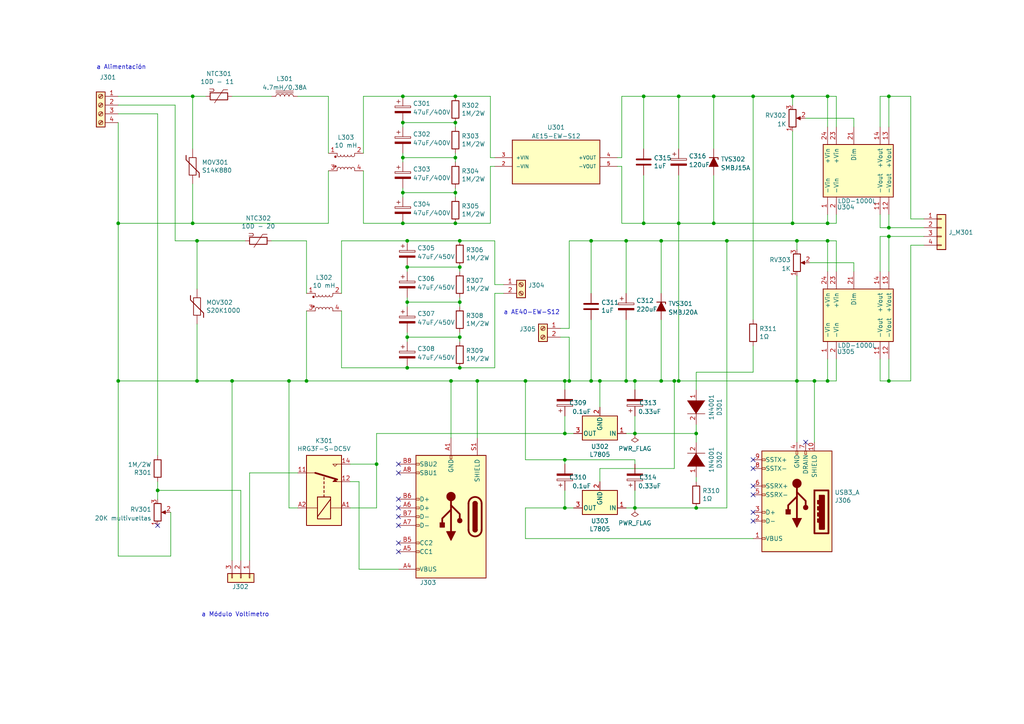
<source format=kicad_sch>
(kicad_sch (version 20211123) (generator eeschema)

  (uuid 1c00f960-c1e2-4cc5-b69c-7b87a853ce9d)

  (paper "A4")

  (title_block
    (title "Barra de Cortocircuito para 3er Riel")
    (date "2022-07-11")
    (rev "2.2")
  )

  (lib_symbols
    (symbol "AE15-EW-S12:AE15-EW-S12" (pin_names (offset 1.016)) (in_bom yes) (on_board yes)
      (property "Reference" "U" (id 0) (at -12.7 5.715 0)
        (effects (font (size 1.27 1.27)) (justify left bottom))
      )
      (property "Value" "AE15-EW-S12" (id 1) (at -12.7 -10.795 0)
        (effects (font (size 1.27 1.27)) (justify left bottom))
      )
      (property "Footprint" "CONV_AE15-EW-S12" (id 2) (at 0 0 0)
        (effects (font (size 1.27 1.27)) (justify left bottom) hide)
      )
      (property "Datasheet" "" (id 3) (at 0 0 0)
        (effects (font (size 1.27 1.27)) (justify left bottom) hide)
      )
      (property "PARTREV" "1.0" (id 4) (at 0 0 0)
        (effects (font (size 1.27 1.27)) (justify left bottom) hide)
      )
      (property "STANDARD" "MANUFACTURER RECOMMENDATIONS" (id 5) (at 0 0 0)
        (effects (font (size 1.27 1.27)) (justify left bottom) hide)
      )
      (property "MANUFACTURER" "CUI INC" (id 6) (at 0 0 0)
        (effects (font (size 1.27 1.27)) (justify left bottom) hide)
      )
      (property "ki_locked" "" (id 7) (at 0 0 0)
        (effects (font (size 1.27 1.27)))
      )
      (symbol "AE15-EW-S12_0_0"
        (rectangle (start -12.7 -7.62) (end 12.7 5.08)
          (stroke (width 0.254) (type default) (color 0 0 0 0))
          (fill (type background))
        )
        (pin input line (at -17.78 -2.54 0) (length 5.08)
          (name "-VIN" (effects (font (size 1.016 1.016))))
          (number "2" (effects (font (size 1.016 1.016))))
        )
        (pin input line (at -17.78 0 0) (length 5.08)
          (name "+VIN" (effects (font (size 1.016 1.016))))
          (number "3" (effects (font (size 1.016 1.016))))
        )
        (pin output line (at 17.78 0 180) (length 5.08)
          (name "+VOUT" (effects (font (size 1.016 1.016))))
          (number "4" (effects (font (size 1.016 1.016))))
        )
        (pin output line (at 17.78 -2.54 180) (length 5.08)
          (name "-VOUT" (effects (font (size 1.016 1.016))))
          (number "5" (effects (font (size 1.016 1.016))))
        )
      )
    )
    (symbol "BarraCorto:LDD-1000L" (pin_names (offset 1.016)) (in_bom yes) (on_board yes)
      (property "Reference" "U" (id 0) (at -7.62 11.43 0)
        (effects (font (size 1.27 1.27)))
      )
      (property "Value" "LDD-1000L" (id 1) (at -7.62 -11.43 0)
        (effects (font (size 1.27 1.27)))
      )
      (property "Footprint" "" (id 2) (at 0 0 0)
        (effects (font (size 1.27 1.27)) hide)
      )
      (property "Datasheet" "http://www.ti.com/lit/ds/symlink/cd4543b.pdf" (id 3) (at 0 0 0)
        (effects (font (size 1.27 1.27)) hide)
      )
      (property "ki_keywords" "Current regulator" (id 4) (at 0 0 0)
        (effects (font (size 1.27 1.27)) hide)
      )
      (property "ki_description" "Current regulator" (id 5) (at 0 0 0)
        (effects (font (size 1.27 1.27)) hide)
      )
      (property "ki_fp_filters" "DIP*W7.62mm* SOIC*3.9x9.9mm*P1.27mm* TSSOP*4.4x5mm*P0.65mm*" (id 6) (at 0 0 0)
        (effects (font (size 1.27 1.27)) hide)
      )
      (symbol "LDD-1000L_1_0"
        (pin input line (at 12.7 8.89 180) (length 5.08)
          (name "-Vin" (effects (font (size 1.27 1.27))))
          (number "1" (effects (font (size 1.27 1.27))))
        )
        (pin output line (at 12.7 -6.35 180) (length 5.08)
          (name "-Vout" (effects (font (size 1.27 1.27))))
          (number "11" (effects (font (size 1.27 1.27))))
        )
        (pin output line (at -12.7 -8.89 0) (length 5.08)
          (name "+Vout" (effects (font (size 1.27 1.27))))
          (number "13" (effects (font (size 1.27 1.27))))
        )
        (pin output line (at -12.7 -6.35 0) (length 5.08)
          (name "+Vout" (effects (font (size 1.27 1.27))))
          (number "14" (effects (font (size 1.27 1.27))))
        )
        (pin input line (at 12.7 6.35 180) (length 5.08)
          (name "-Vin" (effects (font (size 1.27 1.27))))
          (number "2" (effects (font (size 1.27 1.27))))
        )
        (pin input line (at -12.7 1.27 0) (length 5.08)
          (name "Dim" (effects (font (size 1.27 1.27))))
          (number "21" (effects (font (size 1.27 1.27))))
        )
        (pin input line (at -12.7 6.35 0) (length 5.08)
          (name "+Vin" (effects (font (size 1.27 1.27))))
          (number "23" (effects (font (size 1.27 1.27))))
        )
        (pin input line (at -12.7 8.89 0) (length 5.08)
          (name "+Vin" (effects (font (size 1.27 1.27))))
          (number "24" (effects (font (size 1.27 1.27))))
        )
      )
      (symbol "LDD-1000L_1_1"
        (rectangle (start -7.62 10.16) (end 7.62 -10.16)
          (stroke (width 0.254) (type default) (color 0 0 0 0))
          (fill (type background))
        )
        (pin output line (at 12.7 -8.89 180) (length 5.08)
          (name "-Vout" (effects (font (size 1.27 1.27))))
          (number "12" (effects (font (size 1.27 1.27))))
        )
      )
    )
    (symbol "Connector:Screw_Terminal_01x02" (pin_names (offset 1.016) hide) (in_bom yes) (on_board yes)
      (property "Reference" "J" (id 0) (at 0 2.54 0)
        (effects (font (size 1.27 1.27)))
      )
      (property "Value" "Screw_Terminal_01x02" (id 1) (at 0 -5.08 0)
        (effects (font (size 1.27 1.27)))
      )
      (property "Footprint" "" (id 2) (at 0 0 0)
        (effects (font (size 1.27 1.27)) hide)
      )
      (property "Datasheet" "~" (id 3) (at 0 0 0)
        (effects (font (size 1.27 1.27)) hide)
      )
      (property "ki_keywords" "screw terminal" (id 4) (at 0 0 0)
        (effects (font (size 1.27 1.27)) hide)
      )
      (property "ki_description" "Generic screw terminal, single row, 01x02, script generated (kicad-library-utils/schlib/autogen/connector/)" (id 5) (at 0 0 0)
        (effects (font (size 1.27 1.27)) hide)
      )
      (property "ki_fp_filters" "TerminalBlock*:*" (id 6) (at 0 0 0)
        (effects (font (size 1.27 1.27)) hide)
      )
      (symbol "Screw_Terminal_01x02_1_1"
        (rectangle (start -1.27 1.27) (end 1.27 -3.81)
          (stroke (width 0.254) (type default) (color 0 0 0 0))
          (fill (type background))
        )
        (circle (center 0 -2.54) (radius 0.635)
          (stroke (width 0.1524) (type default) (color 0 0 0 0))
          (fill (type none))
        )
        (polyline
          (pts
            (xy -0.5334 -2.2098)
            (xy 0.3302 -3.048)
          )
          (stroke (width 0.1524) (type default) (color 0 0 0 0))
          (fill (type none))
        )
        (polyline
          (pts
            (xy -0.5334 0.3302)
            (xy 0.3302 -0.508)
          )
          (stroke (width 0.1524) (type default) (color 0 0 0 0))
          (fill (type none))
        )
        (polyline
          (pts
            (xy -0.3556 -2.032)
            (xy 0.508 -2.8702)
          )
          (stroke (width 0.1524) (type default) (color 0 0 0 0))
          (fill (type none))
        )
        (polyline
          (pts
            (xy -0.3556 0.508)
            (xy 0.508 -0.3302)
          )
          (stroke (width 0.1524) (type default) (color 0 0 0 0))
          (fill (type none))
        )
        (circle (center 0 0) (radius 0.635)
          (stroke (width 0.1524) (type default) (color 0 0 0 0))
          (fill (type none))
        )
        (pin passive line (at -5.08 0 0) (length 3.81)
          (name "Pin_1" (effects (font (size 1.27 1.27))))
          (number "1" (effects (font (size 1.27 1.27))))
        )
        (pin passive line (at -5.08 -2.54 0) (length 3.81)
          (name "Pin_2" (effects (font (size 1.27 1.27))))
          (number "2" (effects (font (size 1.27 1.27))))
        )
      )
    )
    (symbol "Connector:Screw_Terminal_01x04" (pin_names (offset 1.016) hide) (in_bom yes) (on_board yes)
      (property "Reference" "J" (id 0) (at 0 5.08 0)
        (effects (font (size 1.27 1.27)))
      )
      (property "Value" "Screw_Terminal_01x04" (id 1) (at 0 -7.62 0)
        (effects (font (size 1.27 1.27)))
      )
      (property "Footprint" "" (id 2) (at 0 0 0)
        (effects (font (size 1.27 1.27)) hide)
      )
      (property "Datasheet" "~" (id 3) (at 0 0 0)
        (effects (font (size 1.27 1.27)) hide)
      )
      (property "ki_keywords" "screw terminal" (id 4) (at 0 0 0)
        (effects (font (size 1.27 1.27)) hide)
      )
      (property "ki_description" "Generic screw terminal, single row, 01x04, script generated (kicad-library-utils/schlib/autogen/connector/)" (id 5) (at 0 0 0)
        (effects (font (size 1.27 1.27)) hide)
      )
      (property "ki_fp_filters" "TerminalBlock*:*" (id 6) (at 0 0 0)
        (effects (font (size 1.27 1.27)) hide)
      )
      (symbol "Screw_Terminal_01x04_1_1"
        (rectangle (start -1.27 3.81) (end 1.27 -6.35)
          (stroke (width 0.254) (type default) (color 0 0 0 0))
          (fill (type background))
        )
        (circle (center 0 -5.08) (radius 0.635)
          (stroke (width 0.1524) (type default) (color 0 0 0 0))
          (fill (type none))
        )
        (circle (center 0 -2.54) (radius 0.635)
          (stroke (width 0.1524) (type default) (color 0 0 0 0))
          (fill (type none))
        )
        (polyline
          (pts
            (xy -0.5334 -4.7498)
            (xy 0.3302 -5.588)
          )
          (stroke (width 0.1524) (type default) (color 0 0 0 0))
          (fill (type none))
        )
        (polyline
          (pts
            (xy -0.5334 -2.2098)
            (xy 0.3302 -3.048)
          )
          (stroke (width 0.1524) (type default) (color 0 0 0 0))
          (fill (type none))
        )
        (polyline
          (pts
            (xy -0.5334 0.3302)
            (xy 0.3302 -0.508)
          )
          (stroke (width 0.1524) (type default) (color 0 0 0 0))
          (fill (type none))
        )
        (polyline
          (pts
            (xy -0.5334 2.8702)
            (xy 0.3302 2.032)
          )
          (stroke (width 0.1524) (type default) (color 0 0 0 0))
          (fill (type none))
        )
        (polyline
          (pts
            (xy -0.3556 -4.572)
            (xy 0.508 -5.4102)
          )
          (stroke (width 0.1524) (type default) (color 0 0 0 0))
          (fill (type none))
        )
        (polyline
          (pts
            (xy -0.3556 -2.032)
            (xy 0.508 -2.8702)
          )
          (stroke (width 0.1524) (type default) (color 0 0 0 0))
          (fill (type none))
        )
        (polyline
          (pts
            (xy -0.3556 0.508)
            (xy 0.508 -0.3302)
          )
          (stroke (width 0.1524) (type default) (color 0 0 0 0))
          (fill (type none))
        )
        (polyline
          (pts
            (xy -0.3556 3.048)
            (xy 0.508 2.2098)
          )
          (stroke (width 0.1524) (type default) (color 0 0 0 0))
          (fill (type none))
        )
        (circle (center 0 0) (radius 0.635)
          (stroke (width 0.1524) (type default) (color 0 0 0 0))
          (fill (type none))
        )
        (circle (center 0 2.54) (radius 0.635)
          (stroke (width 0.1524) (type default) (color 0 0 0 0))
          (fill (type none))
        )
        (pin passive line (at -5.08 2.54 0) (length 3.81)
          (name "Pin_1" (effects (font (size 1.27 1.27))))
          (number "1" (effects (font (size 1.27 1.27))))
        )
        (pin passive line (at -5.08 0 0) (length 3.81)
          (name "Pin_2" (effects (font (size 1.27 1.27))))
          (number "2" (effects (font (size 1.27 1.27))))
        )
        (pin passive line (at -5.08 -2.54 0) (length 3.81)
          (name "Pin_3" (effects (font (size 1.27 1.27))))
          (number "3" (effects (font (size 1.27 1.27))))
        )
        (pin passive line (at -5.08 -5.08 0) (length 3.81)
          (name "Pin_4" (effects (font (size 1.27 1.27))))
          (number "4" (effects (font (size 1.27 1.27))))
        )
      )
    )
    (symbol "Connector:USB3_A" (pin_names (offset 1.016)) (in_bom yes) (on_board yes)
      (property "Reference" "J" (id 0) (at -10.16 15.24 0)
        (effects (font (size 1.27 1.27)) (justify left))
      )
      (property "Value" "USB3_A" (id 1) (at 10.16 15.24 0)
        (effects (font (size 1.27 1.27)) (justify right))
      )
      (property "Footprint" "" (id 2) (at 3.81 2.54 0)
        (effects (font (size 1.27 1.27)) hide)
      )
      (property "Datasheet" "~" (id 3) (at 3.81 2.54 0)
        (effects (font (size 1.27 1.27)) hide)
      )
      (property "ki_keywords" "usb universal serial bus" (id 4) (at 0 0 0)
        (effects (font (size 1.27 1.27)) hide)
      )
      (property "ki_description" "USB 3.0 A connector" (id 5) (at 0 0 0)
        (effects (font (size 1.27 1.27)) hide)
      )
      (symbol "USB3_A_0_0"
        (rectangle (start -9.144 8.636) (end -5.08 -3.81)
          (stroke (width 0.508) (type default) (color 0 0 0 0))
          (fill (type none))
        )
        (rectangle (start -7.874 7.366) (end -6.604 -2.286)
          (stroke (width 0.508) (type default) (color 0 0 0 0))
          (fill (type outline))
        )
        (rectangle (start -6.35 0) (end -6.096 -0.762)
          (stroke (width 0.508) (type default) (color 0 0 0 0))
          (fill (type none))
        )
        (rectangle (start -6.35 1.778) (end -6.096 1.016)
          (stroke (width 0.508) (type default) (color 0 0 0 0))
          (fill (type none))
        )
        (rectangle (start -6.35 3.556) (end -6.096 2.794)
          (stroke (width 0.508) (type default) (color 0 0 0 0))
          (fill (type none))
        )
        (rectangle (start -6.35 5.334) (end -6.096 4.572)
          (stroke (width 0.508) (type default) (color 0 0 0 0))
          (fill (type none))
        )
        (rectangle (start -2.794 -15.24) (end -2.286 -14.224)
          (stroke (width 0) (type default) (color 0 0 0 0))
          (fill (type none))
        )
        (rectangle (start -0.254 -15.24) (end 0.254 -14.224)
          (stroke (width 0) (type default) (color 0 0 0 0))
          (fill (type none))
        )
        (rectangle (start 10.16 -12.446) (end 9.144 -12.954)
          (stroke (width 0) (type default) (color 0 0 0 0))
          (fill (type none))
        )
        (rectangle (start 10.16 -9.906) (end 9.144 -10.414)
          (stroke (width 0) (type default) (color 0 0 0 0))
          (fill (type none))
        )
        (rectangle (start 10.16 -4.826) (end 9.144 -5.334)
          (stroke (width 0) (type default) (color 0 0 0 0))
          (fill (type none))
        )
        (rectangle (start 10.16 -2.286) (end 9.144 -2.794)
          (stroke (width 0) (type default) (color 0 0 0 0))
          (fill (type none))
        )
        (rectangle (start 10.16 2.794) (end 9.144 2.286)
          (stroke (width 0) (type default) (color 0 0 0 0))
          (fill (type none))
        )
        (rectangle (start 10.16 5.334) (end 9.144 4.826)
          (stroke (width 0) (type default) (color 0 0 0 0))
          (fill (type none))
        )
        (rectangle (start 10.16 10.414) (end 9.144 9.906)
          (stroke (width 0) (type default) (color 0 0 0 0))
          (fill (type none))
        )
      )
      (symbol "USB3_A_0_1"
        (rectangle (start -10.16 13.97) (end 10.16 -15.24)
          (stroke (width 0.254) (type default) (color 0 0 0 0))
          (fill (type background))
        )
      )
      (symbol "USB3_A_1_1"
        (circle (center -2.54 1.143) (radius 0.635)
          (stroke (width 0.254) (type default) (color 0 0 0 0))
          (fill (type outline))
        )
        (circle (center 0 -5.842) (radius 1.27)
          (stroke (width 0) (type default) (color 0 0 0 0))
          (fill (type outline))
        )
        (polyline
          (pts
            (xy 0 -5.842)
            (xy 0 4.318)
          )
          (stroke (width 0.508) (type default) (color 0 0 0 0))
          (fill (type none))
        )
        (polyline
          (pts
            (xy 0 -3.302)
            (xy -2.54 -0.762)
            (xy -2.54 0.508)
          )
          (stroke (width 0.508) (type default) (color 0 0 0 0))
          (fill (type none))
        )
        (polyline
          (pts
            (xy 0 -2.032)
            (xy 2.54 0.508)
            (xy 2.54 1.778)
          )
          (stroke (width 0.508) (type default) (color 0 0 0 0))
          (fill (type none))
        )
        (polyline
          (pts
            (xy -1.27 4.318)
            (xy 0 6.858)
            (xy 1.27 4.318)
            (xy -1.27 4.318)
          )
          (stroke (width 0.254) (type default) (color 0 0 0 0))
          (fill (type outline))
        )
        (rectangle (start 1.905 1.778) (end 3.175 3.048)
          (stroke (width 0.254) (type default) (color 0 0 0 0))
          (fill (type outline))
        )
        (pin power_in line (at 12.7 10.16 180) (length 2.54)
          (name "VBUS" (effects (font (size 1.27 1.27))))
          (number "1" (effects (font (size 1.27 1.27))))
        )
        (pin passive line (at -5.08 -17.78 90) (length 2.54)
          (name "SHIELD" (effects (font (size 1.27 1.27))))
          (number "10" (effects (font (size 1.27 1.27))))
        )
        (pin bidirectional line (at 12.7 5.08 180) (length 2.54)
          (name "D-" (effects (font (size 1.27 1.27))))
          (number "2" (effects (font (size 1.27 1.27))))
        )
        (pin bidirectional line (at 12.7 2.54 180) (length 2.54)
          (name "D+" (effects (font (size 1.27 1.27))))
          (number "3" (effects (font (size 1.27 1.27))))
        )
        (pin power_in line (at 0 -17.78 90) (length 2.54)
          (name "GND" (effects (font (size 1.27 1.27))))
          (number "4" (effects (font (size 1.27 1.27))))
        )
        (pin output line (at 12.7 -2.54 180) (length 2.54)
          (name "SSRX-" (effects (font (size 1.27 1.27))))
          (number "5" (effects (font (size 1.27 1.27))))
        )
        (pin output line (at 12.7 -5.08 180) (length 2.54)
          (name "SSRX+" (effects (font (size 1.27 1.27))))
          (number "6" (effects (font (size 1.27 1.27))))
        )
        (pin passive line (at -2.54 -17.78 90) (length 2.54)
          (name "DRAIN" (effects (font (size 1.27 1.27))))
          (number "7" (effects (font (size 1.27 1.27))))
        )
        (pin input line (at 12.7 -10.16 180) (length 2.54)
          (name "SSTX-" (effects (font (size 1.27 1.27))))
          (number "8" (effects (font (size 1.27 1.27))))
        )
        (pin input line (at 12.7 -12.7 180) (length 2.54)
          (name "SSTX+" (effects (font (size 1.27 1.27))))
          (number "9" (effects (font (size 1.27 1.27))))
        )
      )
    )
    (symbol "Connector:USB_C_Receptacle_USB2.0" (pin_names (offset 1.016)) (in_bom yes) (on_board yes)
      (property "Reference" "J" (id 0) (at -10.16 19.05 0)
        (effects (font (size 1.27 1.27)) (justify left))
      )
      (property "Value" "USB_C_Receptacle_USB2.0" (id 1) (at 19.05 19.05 0)
        (effects (font (size 1.27 1.27)) (justify right))
      )
      (property "Footprint" "" (id 2) (at 3.81 0 0)
        (effects (font (size 1.27 1.27)) hide)
      )
      (property "Datasheet" "https://www.usb.org/sites/default/files/documents/usb_type-c.zip" (id 3) (at 3.81 0 0)
        (effects (font (size 1.27 1.27)) hide)
      )
      (property "ki_keywords" "usb universal serial bus type-C USB2.0" (id 4) (at 0 0 0)
        (effects (font (size 1.27 1.27)) hide)
      )
      (property "ki_description" "USB 2.0-only Type-C Receptacle connector" (id 5) (at 0 0 0)
        (effects (font (size 1.27 1.27)) hide)
      )
      (property "ki_fp_filters" "USB*C*Receptacle*" (id 6) (at 0 0 0)
        (effects (font (size 1.27 1.27)) hide)
      )
      (symbol "USB_C_Receptacle_USB2.0_0_0"
        (rectangle (start -0.254 -17.78) (end 0.254 -16.764)
          (stroke (width 0) (type default) (color 0 0 0 0))
          (fill (type none))
        )
        (rectangle (start 10.16 -14.986) (end 9.144 -15.494)
          (stroke (width 0) (type default) (color 0 0 0 0))
          (fill (type none))
        )
        (rectangle (start 10.16 -12.446) (end 9.144 -12.954)
          (stroke (width 0) (type default) (color 0 0 0 0))
          (fill (type none))
        )
        (rectangle (start 10.16 -4.826) (end 9.144 -5.334)
          (stroke (width 0) (type default) (color 0 0 0 0))
          (fill (type none))
        )
        (rectangle (start 10.16 -2.286) (end 9.144 -2.794)
          (stroke (width 0) (type default) (color 0 0 0 0))
          (fill (type none))
        )
        (rectangle (start 10.16 0.254) (end 9.144 -0.254)
          (stroke (width 0) (type default) (color 0 0 0 0))
          (fill (type none))
        )
        (rectangle (start 10.16 2.794) (end 9.144 2.286)
          (stroke (width 0) (type default) (color 0 0 0 0))
          (fill (type none))
        )
        (rectangle (start 10.16 7.874) (end 9.144 7.366)
          (stroke (width 0) (type default) (color 0 0 0 0))
          (fill (type none))
        )
        (rectangle (start 10.16 10.414) (end 9.144 9.906)
          (stroke (width 0) (type default) (color 0 0 0 0))
          (fill (type none))
        )
        (rectangle (start 10.16 15.494) (end 9.144 14.986)
          (stroke (width 0) (type default) (color 0 0 0 0))
          (fill (type none))
        )
      )
      (symbol "USB_C_Receptacle_USB2.0_0_1"
        (rectangle (start -10.16 17.78) (end 10.16 -17.78)
          (stroke (width 0.254) (type default) (color 0 0 0 0))
          (fill (type background))
        )
        (arc (start -8.89 -3.81) (mid -6.985 -5.715) (end -5.08 -3.81)
          (stroke (width 0.508) (type default) (color 0 0 0 0))
          (fill (type none))
        )
        (arc (start -7.62 -3.81) (mid -6.985 -4.445) (end -6.35 -3.81)
          (stroke (width 0.254) (type default) (color 0 0 0 0))
          (fill (type none))
        )
        (arc (start -7.62 -3.81) (mid -6.985 -4.445) (end -6.35 -3.81)
          (stroke (width 0.254) (type default) (color 0 0 0 0))
          (fill (type outline))
        )
        (rectangle (start -7.62 -3.81) (end -6.35 3.81)
          (stroke (width 0.254) (type default) (color 0 0 0 0))
          (fill (type outline))
        )
        (arc (start -6.35 3.81) (mid -6.985 4.445) (end -7.62 3.81)
          (stroke (width 0.254) (type default) (color 0 0 0 0))
          (fill (type none))
        )
        (arc (start -6.35 3.81) (mid -6.985 4.445) (end -7.62 3.81)
          (stroke (width 0.254) (type default) (color 0 0 0 0))
          (fill (type outline))
        )
        (arc (start -5.08 3.81) (mid -6.985 5.715) (end -8.89 3.81)
          (stroke (width 0.508) (type default) (color 0 0 0 0))
          (fill (type none))
        )
        (circle (center -2.54 1.143) (radius 0.635)
          (stroke (width 0.254) (type default) (color 0 0 0 0))
          (fill (type outline))
        )
        (circle (center 0 -5.842) (radius 1.27)
          (stroke (width 0) (type default) (color 0 0 0 0))
          (fill (type outline))
        )
        (polyline
          (pts
            (xy -8.89 -3.81)
            (xy -8.89 3.81)
          )
          (stroke (width 0.508) (type default) (color 0 0 0 0))
          (fill (type none))
        )
        (polyline
          (pts
            (xy -5.08 3.81)
            (xy -5.08 -3.81)
          )
          (stroke (width 0.508) (type default) (color 0 0 0 0))
          (fill (type none))
        )
        (polyline
          (pts
            (xy 0 -5.842)
            (xy 0 4.318)
          )
          (stroke (width 0.508) (type default) (color 0 0 0 0))
          (fill (type none))
        )
        (polyline
          (pts
            (xy 0 -3.302)
            (xy -2.54 -0.762)
            (xy -2.54 0.508)
          )
          (stroke (width 0.508) (type default) (color 0 0 0 0))
          (fill (type none))
        )
        (polyline
          (pts
            (xy 0 -2.032)
            (xy 2.54 0.508)
            (xy 2.54 1.778)
          )
          (stroke (width 0.508) (type default) (color 0 0 0 0))
          (fill (type none))
        )
        (polyline
          (pts
            (xy -1.27 4.318)
            (xy 0 6.858)
            (xy 1.27 4.318)
            (xy -1.27 4.318)
          )
          (stroke (width 0.254) (type default) (color 0 0 0 0))
          (fill (type outline))
        )
        (rectangle (start 1.905 1.778) (end 3.175 3.048)
          (stroke (width 0.254) (type default) (color 0 0 0 0))
          (fill (type outline))
        )
      )
      (symbol "USB_C_Receptacle_USB2.0_1_1"
        (pin passive line (at 0 -22.86 90) (length 5.08)
          (name "GND" (effects (font (size 1.27 1.27))))
          (number "A1" (effects (font (size 1.27 1.27))))
        )
        (pin passive line (at 0 -22.86 90) (length 5.08) hide
          (name "GND" (effects (font (size 1.27 1.27))))
          (number "A12" (effects (font (size 1.27 1.27))))
        )
        (pin passive line (at 15.24 15.24 180) (length 5.08)
          (name "VBUS" (effects (font (size 1.27 1.27))))
          (number "A4" (effects (font (size 1.27 1.27))))
        )
        (pin bidirectional line (at 15.24 10.16 180) (length 5.08)
          (name "CC1" (effects (font (size 1.27 1.27))))
          (number "A5" (effects (font (size 1.27 1.27))))
        )
        (pin bidirectional line (at 15.24 -2.54 180) (length 5.08)
          (name "D+" (effects (font (size 1.27 1.27))))
          (number "A6" (effects (font (size 1.27 1.27))))
        )
        (pin bidirectional line (at 15.24 2.54 180) (length 5.08)
          (name "D-" (effects (font (size 1.27 1.27))))
          (number "A7" (effects (font (size 1.27 1.27))))
        )
        (pin bidirectional line (at 15.24 -12.7 180) (length 5.08)
          (name "SBU1" (effects (font (size 1.27 1.27))))
          (number "A8" (effects (font (size 1.27 1.27))))
        )
        (pin passive line (at 15.24 15.24 180) (length 5.08) hide
          (name "VBUS" (effects (font (size 1.27 1.27))))
          (number "A9" (effects (font (size 1.27 1.27))))
        )
        (pin passive line (at 0 -22.86 90) (length 5.08) hide
          (name "GND" (effects (font (size 1.27 1.27))))
          (number "B1" (effects (font (size 1.27 1.27))))
        )
        (pin passive line (at 0 -22.86 90) (length 5.08) hide
          (name "GND" (effects (font (size 1.27 1.27))))
          (number "B12" (effects (font (size 1.27 1.27))))
        )
        (pin passive line (at 15.24 15.24 180) (length 5.08) hide
          (name "VBUS" (effects (font (size 1.27 1.27))))
          (number "B4" (effects (font (size 1.27 1.27))))
        )
        (pin bidirectional line (at 15.24 7.62 180) (length 5.08)
          (name "CC2" (effects (font (size 1.27 1.27))))
          (number "B5" (effects (font (size 1.27 1.27))))
        )
        (pin bidirectional line (at 15.24 -5.08 180) (length 5.08)
          (name "D+" (effects (font (size 1.27 1.27))))
          (number "B6" (effects (font (size 1.27 1.27))))
        )
        (pin bidirectional line (at 15.24 0 180) (length 5.08)
          (name "D-" (effects (font (size 1.27 1.27))))
          (number "B7" (effects (font (size 1.27 1.27))))
        )
        (pin bidirectional line (at 15.24 -15.24 180) (length 5.08)
          (name "SBU2" (effects (font (size 1.27 1.27))))
          (number "B8" (effects (font (size 1.27 1.27))))
        )
        (pin passive line (at 15.24 15.24 180) (length 5.08) hide
          (name "VBUS" (effects (font (size 1.27 1.27))))
          (number "B9" (effects (font (size 1.27 1.27))))
        )
        (pin passive line (at -7.62 -22.86 90) (length 5.08)
          (name "SHIELD" (effects (font (size 1.27 1.27))))
          (number "S1" (effects (font (size 1.27 1.27))))
        )
      )
    )
    (symbol "Connector_Generic:Conn_01x03" (pin_names (offset 1.016) hide) (in_bom yes) (on_board yes)
      (property "Reference" "J" (id 0) (at 0 5.08 0)
        (effects (font (size 1.27 1.27)))
      )
      (property "Value" "Conn_01x03" (id 1) (at 0 -5.08 0)
        (effects (font (size 1.27 1.27)))
      )
      (property "Footprint" "" (id 2) (at 0 0 0)
        (effects (font (size 1.27 1.27)) hide)
      )
      (property "Datasheet" "~" (id 3) (at 0 0 0)
        (effects (font (size 1.27 1.27)) hide)
      )
      (property "ki_keywords" "connector" (id 4) (at 0 0 0)
        (effects (font (size 1.27 1.27)) hide)
      )
      (property "ki_description" "Generic connector, single row, 01x03, script generated (kicad-library-utils/schlib/autogen/connector/)" (id 5) (at 0 0 0)
        (effects (font (size 1.27 1.27)) hide)
      )
      (property "ki_fp_filters" "Connector*:*_1x??_*" (id 6) (at 0 0 0)
        (effects (font (size 1.27 1.27)) hide)
      )
      (symbol "Conn_01x03_1_1"
        (rectangle (start -1.27 -2.413) (end 0 -2.667)
          (stroke (width 0.1524) (type default) (color 0 0 0 0))
          (fill (type none))
        )
        (rectangle (start -1.27 0.127) (end 0 -0.127)
          (stroke (width 0.1524) (type default) (color 0 0 0 0))
          (fill (type none))
        )
        (rectangle (start -1.27 2.667) (end 0 2.413)
          (stroke (width 0.1524) (type default) (color 0 0 0 0))
          (fill (type none))
        )
        (rectangle (start -1.27 3.81) (end 1.27 -3.81)
          (stroke (width 0.254) (type default) (color 0 0 0 0))
          (fill (type background))
        )
        (pin passive line (at -5.08 2.54 0) (length 3.81)
          (name "Pin_1" (effects (font (size 1.27 1.27))))
          (number "1" (effects (font (size 1.27 1.27))))
        )
        (pin passive line (at -5.08 0 0) (length 3.81)
          (name "Pin_2" (effects (font (size 1.27 1.27))))
          (number "2" (effects (font (size 1.27 1.27))))
        )
        (pin passive line (at -5.08 -2.54 0) (length 3.81)
          (name "Pin_3" (effects (font (size 1.27 1.27))))
          (number "3" (effects (font (size 1.27 1.27))))
        )
      )
    )
    (symbol "Connector_Generic:Conn_01x04" (pin_names (offset 1.016) hide) (in_bom yes) (on_board yes)
      (property "Reference" "J" (id 0) (at 0 5.08 0)
        (effects (font (size 1.27 1.27)))
      )
      (property "Value" "Conn_01x04" (id 1) (at 0 -7.62 0)
        (effects (font (size 1.27 1.27)))
      )
      (property "Footprint" "" (id 2) (at 0 0 0)
        (effects (font (size 1.27 1.27)) hide)
      )
      (property "Datasheet" "~" (id 3) (at 0 0 0)
        (effects (font (size 1.27 1.27)) hide)
      )
      (property "ki_keywords" "connector" (id 4) (at 0 0 0)
        (effects (font (size 1.27 1.27)) hide)
      )
      (property "ki_description" "Generic connector, single row, 01x04, script generated (kicad-library-utils/schlib/autogen/connector/)" (id 5) (at 0 0 0)
        (effects (font (size 1.27 1.27)) hide)
      )
      (property "ki_fp_filters" "Connector*:*_1x??_*" (id 6) (at 0 0 0)
        (effects (font (size 1.27 1.27)) hide)
      )
      (symbol "Conn_01x04_1_1"
        (rectangle (start -1.27 -4.953) (end 0 -5.207)
          (stroke (width 0.1524) (type default) (color 0 0 0 0))
          (fill (type none))
        )
        (rectangle (start -1.27 -2.413) (end 0 -2.667)
          (stroke (width 0.1524) (type default) (color 0 0 0 0))
          (fill (type none))
        )
        (rectangle (start -1.27 0.127) (end 0 -0.127)
          (stroke (width 0.1524) (type default) (color 0 0 0 0))
          (fill (type none))
        )
        (rectangle (start -1.27 2.667) (end 0 2.413)
          (stroke (width 0.1524) (type default) (color 0 0 0 0))
          (fill (type none))
        )
        (rectangle (start -1.27 3.81) (end 1.27 -6.35)
          (stroke (width 0.254) (type default) (color 0 0 0 0))
          (fill (type background))
        )
        (pin passive line (at -5.08 2.54 0) (length 3.81)
          (name "Pin_1" (effects (font (size 1.27 1.27))))
          (number "1" (effects (font (size 1.27 1.27))))
        )
        (pin passive line (at -5.08 0 0) (length 3.81)
          (name "Pin_2" (effects (font (size 1.27 1.27))))
          (number "2" (effects (font (size 1.27 1.27))))
        )
        (pin passive line (at -5.08 -2.54 0) (length 3.81)
          (name "Pin_3" (effects (font (size 1.27 1.27))))
          (number "3" (effects (font (size 1.27 1.27))))
        )
        (pin passive line (at -5.08 -5.08 0) (length 3.81)
          (name "Pin_4" (effects (font (size 1.27 1.27))))
          (number "4" (effects (font (size 1.27 1.27))))
        )
      )
    )
    (symbol "Device:C" (pin_numbers hide) (pin_names (offset 0.254)) (in_bom yes) (on_board yes)
      (property "Reference" "C" (id 0) (at 0.635 2.54 0)
        (effects (font (size 1.27 1.27)) (justify left))
      )
      (property "Value" "C" (id 1) (at 0.635 -2.54 0)
        (effects (font (size 1.27 1.27)) (justify left))
      )
      (property "Footprint" "" (id 2) (at 0.9652 -3.81 0)
        (effects (font (size 1.27 1.27)) hide)
      )
      (property "Datasheet" "~" (id 3) (at 0 0 0)
        (effects (font (size 1.27 1.27)) hide)
      )
      (property "ki_keywords" "cap capacitor" (id 4) (at 0 0 0)
        (effects (font (size 1.27 1.27)) hide)
      )
      (property "ki_description" "Unpolarized capacitor" (id 5) (at 0 0 0)
        (effects (font (size 1.27 1.27)) hide)
      )
      (property "ki_fp_filters" "C_*" (id 6) (at 0 0 0)
        (effects (font (size 1.27 1.27)) hide)
      )
      (symbol "C_0_1"
        (polyline
          (pts
            (xy -2.032 -0.762)
            (xy 2.032 -0.762)
          )
          (stroke (width 0.508) (type default) (color 0 0 0 0))
          (fill (type none))
        )
        (polyline
          (pts
            (xy -2.032 0.762)
            (xy 2.032 0.762)
          )
          (stroke (width 0.508) (type default) (color 0 0 0 0))
          (fill (type none))
        )
      )
      (symbol "C_1_1"
        (pin passive line (at 0 3.81 270) (length 2.794)
          (name "~" (effects (font (size 1.27 1.27))))
          (number "1" (effects (font (size 1.27 1.27))))
        )
        (pin passive line (at 0 -3.81 90) (length 2.794)
          (name "~" (effects (font (size 1.27 1.27))))
          (number "2" (effects (font (size 1.27 1.27))))
        )
      )
    )
    (symbol "Device:C_Polarized" (pin_numbers hide) (pin_names (offset 0.254)) (in_bom yes) (on_board yes)
      (property "Reference" "C" (id 0) (at 0.635 2.54 0)
        (effects (font (size 1.27 1.27)) (justify left))
      )
      (property "Value" "C_Polarized" (id 1) (at 0.635 -2.54 0)
        (effects (font (size 1.27 1.27)) (justify left))
      )
      (property "Footprint" "" (id 2) (at 0.9652 -3.81 0)
        (effects (font (size 1.27 1.27)) hide)
      )
      (property "Datasheet" "~" (id 3) (at 0 0 0)
        (effects (font (size 1.27 1.27)) hide)
      )
      (property "ki_keywords" "cap capacitor" (id 4) (at 0 0 0)
        (effects (font (size 1.27 1.27)) hide)
      )
      (property "ki_description" "Polarized capacitor" (id 5) (at 0 0 0)
        (effects (font (size 1.27 1.27)) hide)
      )
      (property "ki_fp_filters" "CP_*" (id 6) (at 0 0 0)
        (effects (font (size 1.27 1.27)) hide)
      )
      (symbol "C_Polarized_0_1"
        (rectangle (start -2.286 0.508) (end 2.286 1.016)
          (stroke (width 0) (type default) (color 0 0 0 0))
          (fill (type none))
        )
        (polyline
          (pts
            (xy -1.778 2.286)
            (xy -0.762 2.286)
          )
          (stroke (width 0) (type default) (color 0 0 0 0))
          (fill (type none))
        )
        (polyline
          (pts
            (xy -1.27 2.794)
            (xy -1.27 1.778)
          )
          (stroke (width 0) (type default) (color 0 0 0 0))
          (fill (type none))
        )
        (rectangle (start 2.286 -0.508) (end -2.286 -1.016)
          (stroke (width 0) (type default) (color 0 0 0 0))
          (fill (type outline))
        )
      )
      (symbol "C_Polarized_1_1"
        (pin passive line (at 0 3.81 270) (length 2.794)
          (name "~" (effects (font (size 1.27 1.27))))
          (number "1" (effects (font (size 1.27 1.27))))
        )
        (pin passive line (at 0 -3.81 90) (length 2.794)
          (name "~" (effects (font (size 1.27 1.27))))
          (number "2" (effects (font (size 1.27 1.27))))
        )
      )
    )
    (symbol "Device:D_Zener_Filled" (pin_numbers hide) (pin_names (offset 1.016) hide) (in_bom yes) (on_board yes)
      (property "Reference" "D" (id 0) (at 0 2.54 0)
        (effects (font (size 1.27 1.27)))
      )
      (property "Value" "D_Zener_Filled" (id 1) (at 0 -2.54 0)
        (effects (font (size 1.27 1.27)))
      )
      (property "Footprint" "" (id 2) (at 0 0 0)
        (effects (font (size 1.27 1.27)) hide)
      )
      (property "Datasheet" "~" (id 3) (at 0 0 0)
        (effects (font (size 1.27 1.27)) hide)
      )
      (property "ki_keywords" "diode" (id 4) (at 0 0 0)
        (effects (font (size 1.27 1.27)) hide)
      )
      (property "ki_description" "Zener diode, filled shape" (id 5) (at 0 0 0)
        (effects (font (size 1.27 1.27)) hide)
      )
      (property "ki_fp_filters" "TO-???* *_Diode_* *SingleDiode* D_*" (id 6) (at 0 0 0)
        (effects (font (size 1.27 1.27)) hide)
      )
      (symbol "D_Zener_Filled_0_1"
        (polyline
          (pts
            (xy 1.27 0)
            (xy -1.27 0)
          )
          (stroke (width 0) (type default) (color 0 0 0 0))
          (fill (type none))
        )
        (polyline
          (pts
            (xy -1.27 -1.27)
            (xy -1.27 1.27)
            (xy -0.762 1.27)
          )
          (stroke (width 0.254) (type default) (color 0 0 0 0))
          (fill (type none))
        )
        (polyline
          (pts
            (xy 1.27 -1.27)
            (xy 1.27 1.27)
            (xy -1.27 0)
            (xy 1.27 -1.27)
          )
          (stroke (width 0.254) (type default) (color 0 0 0 0))
          (fill (type outline))
        )
      )
      (symbol "D_Zener_Filled_1_1"
        (pin passive line (at -3.81 0 0) (length 2.54)
          (name "K" (effects (font (size 1.27 1.27))))
          (number "1" (effects (font (size 1.27 1.27))))
        )
        (pin passive line (at 3.81 0 180) (length 2.54)
          (name "A" (effects (font (size 1.27 1.27))))
          (number "2" (effects (font (size 1.27 1.27))))
        )
      )
    )
    (symbol "Device:L_Coupled" (pin_names (offset 0.254) hide) (in_bom yes) (on_board yes)
      (property "Reference" "L" (id 0) (at 0 4.445 0)
        (effects (font (size 1.27 1.27)))
      )
      (property "Value" "L_Coupled" (id 1) (at 0 -4.445 0)
        (effects (font (size 1.27 1.27)))
      )
      (property "Footprint" "" (id 2) (at 0 0 0)
        (effects (font (size 1.27 1.27)) hide)
      )
      (property "Datasheet" "~" (id 3) (at 0 0 0)
        (effects (font (size 1.27 1.27)) hide)
      )
      (property "ki_keywords" "inductor choke coil reactor magnetic coupled" (id 4) (at 0 0 0)
        (effects (font (size 1.27 1.27)) hide)
      )
      (property "ki_description" "Coupled inductor" (id 5) (at 0 0 0)
        (effects (font (size 1.27 1.27)) hide)
      )
      (property "ki_fp_filters" "Choke_* *Coil* Inductor_* L_*" (id 6) (at 0 0 0)
        (effects (font (size 1.27 1.27)) hide)
      )
      (symbol "L_Coupled_0_1"
        (circle (center -3.048 -1.27) (radius 0.254)
          (stroke (width 0) (type default) (color 0 0 0 0))
          (fill (type outline))
        )
        (circle (center -3.048 1.524) (radius 0.254)
          (stroke (width 0) (type default) (color 0 0 0 0))
          (fill (type outline))
        )
        (arc (start -2.54 2.032) (mid -2.032 1.524) (end -1.524 2.032)
          (stroke (width 0) (type default) (color 0 0 0 0))
          (fill (type none))
        )
        (arc (start -1.524 -2.032) (mid -2.032 -1.524) (end -2.54 -2.032)
          (stroke (width 0) (type default) (color 0 0 0 0))
          (fill (type none))
        )
        (arc (start -1.524 2.032) (mid -1.016 1.524) (end -0.508 2.032)
          (stroke (width 0) (type default) (color 0 0 0 0))
          (fill (type none))
        )
        (arc (start -0.508 -2.032) (mid -1.016 -1.524) (end -1.524 -2.032)
          (stroke (width 0) (type default) (color 0 0 0 0))
          (fill (type none))
        )
        (arc (start -0.508 2.032) (mid 0 1.524) (end 0.508 2.032)
          (stroke (width 0) (type default) (color 0 0 0 0))
          (fill (type none))
        )
        (polyline
          (pts
            (xy -2.54 -2.032)
            (xy -2.54 -2.54)
          )
          (stroke (width 0) (type default) (color 0 0 0 0))
          (fill (type none))
        )
        (polyline
          (pts
            (xy -2.54 2.032)
            (xy -2.54 2.54)
          )
          (stroke (width 0) (type default) (color 0 0 0 0))
          (fill (type none))
        )
        (polyline
          (pts
            (xy 2.54 -2.032)
            (xy 2.54 -2.54)
          )
          (stroke (width 0) (type default) (color 0 0 0 0))
          (fill (type none))
        )
        (polyline
          (pts
            (xy 2.54 2.54)
            (xy 2.54 2.032)
          )
          (stroke (width 0) (type default) (color 0 0 0 0))
          (fill (type none))
        )
        (arc (start 0.508 -2.032) (mid 0 -1.524) (end -0.508 -2.032)
          (stroke (width 0) (type default) (color 0 0 0 0))
          (fill (type none))
        )
        (arc (start 0.508 2.032) (mid 1.016 1.524) (end 1.524 2.032)
          (stroke (width 0) (type default) (color 0 0 0 0))
          (fill (type none))
        )
        (arc (start 1.524 -2.032) (mid 1.016 -1.524) (end 0.508 -2.032)
          (stroke (width 0) (type default) (color 0 0 0 0))
          (fill (type none))
        )
        (arc (start 1.524 2.032) (mid 2.032 1.524) (end 2.54 2.032)
          (stroke (width 0) (type default) (color 0 0 0 0))
          (fill (type none))
        )
        (arc (start 2.54 -2.032) (mid 2.032 -1.524) (end 1.524 -2.032)
          (stroke (width 0) (type default) (color 0 0 0 0))
          (fill (type none))
        )
      )
      (symbol "L_Coupled_1_1"
        (pin passive line (at -5.08 2.54 0) (length 2.54)
          (name "1" (effects (font (size 1.27 1.27))))
          (number "1" (effects (font (size 1.27 1.27))))
        )
        (pin passive line (at 5.08 2.54 180) (length 2.54)
          (name "2" (effects (font (size 1.27 1.27))))
          (number "2" (effects (font (size 1.27 1.27))))
        )
        (pin passive line (at -5.08 -2.54 0) (length 2.54)
          (name "3" (effects (font (size 1.27 1.27))))
          (number "3" (effects (font (size 1.27 1.27))))
        )
        (pin passive line (at 5.08 -2.54 180) (length 2.54)
          (name "4" (effects (font (size 1.27 1.27))))
          (number "4" (effects (font (size 1.27 1.27))))
        )
      )
    )
    (symbol "Device:L_Iron" (pin_numbers hide) (pin_names (offset 1.016) hide) (in_bom yes) (on_board yes)
      (property "Reference" "L" (id 0) (at -1.27 0 90)
        (effects (font (size 1.27 1.27)))
      )
      (property "Value" "L_Iron" (id 1) (at 2.794 0 90)
        (effects (font (size 1.27 1.27)))
      )
      (property "Footprint" "" (id 2) (at 0 0 0)
        (effects (font (size 1.27 1.27)) hide)
      )
      (property "Datasheet" "~" (id 3) (at 0 0 0)
        (effects (font (size 1.27 1.27)) hide)
      )
      (property "ki_keywords" "inductor choke coil reactor magnetic" (id 4) (at 0 0 0)
        (effects (font (size 1.27 1.27)) hide)
      )
      (property "ki_description" "Inductor with iron core" (id 5) (at 0 0 0)
        (effects (font (size 1.27 1.27)) hide)
      )
      (property "ki_fp_filters" "Choke_* *Coil* Inductor_* L_*" (id 6) (at 0 0 0)
        (effects (font (size 1.27 1.27)) hide)
      )
      (symbol "L_Iron_0_1"
        (arc (start 0 -2.54) (mid 0.635 -1.905) (end 0 -1.27)
          (stroke (width 0) (type default) (color 0 0 0 0))
          (fill (type none))
        )
        (arc (start 0 -1.27) (mid 0.635 -0.635) (end 0 0)
          (stroke (width 0) (type default) (color 0 0 0 0))
          (fill (type none))
        )
        (polyline
          (pts
            (xy 1.016 2.54)
            (xy 1.016 -2.54)
          )
          (stroke (width 0) (type default) (color 0 0 0 0))
          (fill (type none))
        )
        (polyline
          (pts
            (xy 1.524 -2.54)
            (xy 1.524 2.54)
          )
          (stroke (width 0) (type default) (color 0 0 0 0))
          (fill (type none))
        )
        (arc (start 0 0) (mid 0.635 0.635) (end 0 1.27)
          (stroke (width 0) (type default) (color 0 0 0 0))
          (fill (type none))
        )
        (arc (start 0 1.27) (mid 0.635 1.905) (end 0 2.54)
          (stroke (width 0) (type default) (color 0 0 0 0))
          (fill (type none))
        )
      )
      (symbol "L_Iron_1_1"
        (pin passive line (at 0 3.81 270) (length 1.27)
          (name "1" (effects (font (size 1.27 1.27))))
          (number "1" (effects (font (size 1.27 1.27))))
        )
        (pin passive line (at 0 -3.81 90) (length 1.27)
          (name "2" (effects (font (size 1.27 1.27))))
          (number "2" (effects (font (size 1.27 1.27))))
        )
      )
    )
    (symbol "Device:R" (pin_numbers hide) (pin_names (offset 0)) (in_bom yes) (on_board yes)
      (property "Reference" "R" (id 0) (at 2.032 0 90)
        (effects (font (size 1.27 1.27)))
      )
      (property "Value" "R" (id 1) (at 0 0 90)
        (effects (font (size 1.27 1.27)))
      )
      (property "Footprint" "" (id 2) (at -1.778 0 90)
        (effects (font (size 1.27 1.27)) hide)
      )
      (property "Datasheet" "~" (id 3) (at 0 0 0)
        (effects (font (size 1.27 1.27)) hide)
      )
      (property "ki_keywords" "R res resistor" (id 4) (at 0 0 0)
        (effects (font (size 1.27 1.27)) hide)
      )
      (property "ki_description" "Resistor" (id 5) (at 0 0 0)
        (effects (font (size 1.27 1.27)) hide)
      )
      (property "ki_fp_filters" "R_*" (id 6) (at 0 0 0)
        (effects (font (size 1.27 1.27)) hide)
      )
      (symbol "R_0_1"
        (rectangle (start -1.016 -2.54) (end 1.016 2.54)
          (stroke (width 0.254) (type default) (color 0 0 0 0))
          (fill (type none))
        )
      )
      (symbol "R_1_1"
        (pin passive line (at 0 3.81 270) (length 1.27)
          (name "~" (effects (font (size 1.27 1.27))))
          (number "1" (effects (font (size 1.27 1.27))))
        )
        (pin passive line (at 0 -3.81 90) (length 1.27)
          (name "~" (effects (font (size 1.27 1.27))))
          (number "2" (effects (font (size 1.27 1.27))))
        )
      )
    )
    (symbol "Device:R_Potentiometer" (pin_names (offset 1.016) hide) (in_bom yes) (on_board yes)
      (property "Reference" "RV" (id 0) (at -4.445 0 90)
        (effects (font (size 1.27 1.27)))
      )
      (property "Value" "R_Potentiometer" (id 1) (at -2.54 0 90)
        (effects (font (size 1.27 1.27)))
      )
      (property "Footprint" "" (id 2) (at 0 0 0)
        (effects (font (size 1.27 1.27)) hide)
      )
      (property "Datasheet" "~" (id 3) (at 0 0 0)
        (effects (font (size 1.27 1.27)) hide)
      )
      (property "ki_keywords" "resistor variable" (id 4) (at 0 0 0)
        (effects (font (size 1.27 1.27)) hide)
      )
      (property "ki_description" "Potentiometer" (id 5) (at 0 0 0)
        (effects (font (size 1.27 1.27)) hide)
      )
      (property "ki_fp_filters" "Potentiometer*" (id 6) (at 0 0 0)
        (effects (font (size 1.27 1.27)) hide)
      )
      (symbol "R_Potentiometer_0_1"
        (polyline
          (pts
            (xy 2.54 0)
            (xy 1.524 0)
          )
          (stroke (width 0) (type default) (color 0 0 0 0))
          (fill (type none))
        )
        (polyline
          (pts
            (xy 1.143 0)
            (xy 2.286 0.508)
            (xy 2.286 -0.508)
            (xy 1.143 0)
          )
          (stroke (width 0) (type default) (color 0 0 0 0))
          (fill (type outline))
        )
        (rectangle (start 1.016 2.54) (end -1.016 -2.54)
          (stroke (width 0.254) (type default) (color 0 0 0 0))
          (fill (type none))
        )
      )
      (symbol "R_Potentiometer_1_1"
        (pin passive line (at 0 3.81 270) (length 1.27)
          (name "1" (effects (font (size 1.27 1.27))))
          (number "1" (effects (font (size 1.27 1.27))))
        )
        (pin passive line (at 3.81 0 180) (length 1.27)
          (name "2" (effects (font (size 1.27 1.27))))
          (number "2" (effects (font (size 1.27 1.27))))
        )
        (pin passive line (at 0 -3.81 90) (length 1.27)
          (name "3" (effects (font (size 1.27 1.27))))
          (number "3" (effects (font (size 1.27 1.27))))
        )
      )
    )
    (symbol "Device:Thermistor" (pin_numbers hide) (pin_names (offset 0)) (in_bom yes) (on_board yes)
      (property "Reference" "TH" (id 0) (at 2.54 1.27 90)
        (effects (font (size 1.27 1.27)))
      )
      (property "Value" "Thermistor" (id 1) (at -2.54 0 90)
        (effects (font (size 1.27 1.27)) (justify bottom))
      )
      (property "Footprint" "" (id 2) (at 0 0 0)
        (effects (font (size 1.27 1.27)) hide)
      )
      (property "Datasheet" "~" (id 3) (at 0 0 0)
        (effects (font (size 1.27 1.27)) hide)
      )
      (property "ki_keywords" "R res thermistor" (id 4) (at 0 0 0)
        (effects (font (size 1.27 1.27)) hide)
      )
      (property "ki_description" "Temperature dependent resistor" (id 5) (at 0 0 0)
        (effects (font (size 1.27 1.27)) hide)
      )
      (property "ki_fp_filters" "R_*" (id 6) (at 0 0 0)
        (effects (font (size 1.27 1.27)) hide)
      )
      (symbol "Thermistor_0_1"
        (rectangle (start -1.016 2.54) (end 1.016 -2.54)
          (stroke (width 0.2032) (type default) (color 0 0 0 0))
          (fill (type none))
        )
        (polyline
          (pts
            (xy -1.905 3.175)
            (xy -1.905 1.905)
            (xy 1.905 -1.905)
            (xy 1.905 -3.175)
            (xy 1.905 -3.175)
          )
          (stroke (width 0.254) (type default) (color 0 0 0 0))
          (fill (type none))
        )
      )
      (symbol "Thermistor_1_1"
        (pin passive line (at 0 5.08 270) (length 2.54)
          (name "~" (effects (font (size 1.27 1.27))))
          (number "1" (effects (font (size 1.27 1.27))))
        )
        (pin passive line (at 0 -5.08 90) (length 2.54)
          (name "~" (effects (font (size 1.27 1.27))))
          (number "2" (effects (font (size 1.27 1.27))))
        )
      )
    )
    (symbol "Device:Varistor" (pin_numbers hide) (pin_names (offset 0)) (in_bom yes) (on_board yes)
      (property "Reference" "RV" (id 0) (at 3.175 0 90)
        (effects (font (size 1.27 1.27)))
      )
      (property "Value" "Varistor" (id 1) (at -3.175 0 90)
        (effects (font (size 1.27 1.27)))
      )
      (property "Footprint" "" (id 2) (at -1.778 0 90)
        (effects (font (size 1.27 1.27)) hide)
      )
      (property "Datasheet" "~" (id 3) (at 0 0 0)
        (effects (font (size 1.27 1.27)) hide)
      )
      (property "ki_keywords" "VDR resistance" (id 4) (at 0 0 0)
        (effects (font (size 1.27 1.27)) hide)
      )
      (property "ki_description" "Voltage dependent resistor" (id 5) (at 0 0 0)
        (effects (font (size 1.27 1.27)) hide)
      )
      (property "ki_fp_filters" "RV_* Varistor*" (id 6) (at 0 0 0)
        (effects (font (size 1.27 1.27)) hide)
      )
      (symbol "Varistor_0_0"
        (text "U" (at -1.778 -2.032 0)
          (effects (font (size 1.27 1.27)))
        )
      )
      (symbol "Varistor_0_1"
        (rectangle (start -1.016 -2.54) (end 1.016 2.54)
          (stroke (width 0.254) (type default) (color 0 0 0 0))
          (fill (type none))
        )
        (polyline
          (pts
            (xy -1.905 2.54)
            (xy -1.905 1.27)
            (xy 1.905 -1.27)
          )
          (stroke (width 0) (type default) (color 0 0 0 0))
          (fill (type none))
        )
      )
      (symbol "Varistor_1_1"
        (pin passive line (at 0 3.81 270) (length 1.27)
          (name "~" (effects (font (size 1.27 1.27))))
          (number "1" (effects (font (size 1.27 1.27))))
        )
        (pin passive line (at 0 -3.81 90) (length 1.27)
          (name "~" (effects (font (size 1.27 1.27))))
          (number "2" (effects (font (size 1.27 1.27))))
        )
      )
    )
    (symbol "Regulator_Linear:L7805" (pin_names (offset 0.254)) (in_bom yes) (on_board yes)
      (property "Reference" "U" (id 0) (at -3.81 3.175 0)
        (effects (font (size 1.27 1.27)))
      )
      (property "Value" "L7805" (id 1) (at 0 3.175 0)
        (effects (font (size 1.27 1.27)) (justify left))
      )
      (property "Footprint" "" (id 2) (at 0.635 -3.81 0)
        (effects (font (size 1.27 1.27) italic) (justify left) hide)
      )
      (property "Datasheet" "http://www.st.com/content/ccc/resource/technical/document/datasheet/41/4f/b3/b0/12/d4/47/88/CD00000444.pdf/files/CD00000444.pdf/jcr:content/translations/en.CD00000444.pdf" (id 3) (at 0 -1.27 0)
        (effects (font (size 1.27 1.27)) hide)
      )
      (property "ki_keywords" "Voltage Regulator 1.5A Positive" (id 4) (at 0 0 0)
        (effects (font (size 1.27 1.27)) hide)
      )
      (property "ki_description" "Positive 1.5A 35V Linear Regulator, Fixed Output 5V, TO-220/TO-263/TO-252" (id 5) (at 0 0 0)
        (effects (font (size 1.27 1.27)) hide)
      )
      (property "ki_fp_filters" "TO?252* TO?263* TO?220*" (id 6) (at 0 0 0)
        (effects (font (size 1.27 1.27)) hide)
      )
      (symbol "L7805_0_1"
        (rectangle (start -5.08 1.905) (end 5.08 -5.08)
          (stroke (width 0.254) (type default) (color 0 0 0 0))
          (fill (type background))
        )
      )
      (symbol "L7805_1_1"
        (pin power_in line (at -7.62 0 0) (length 2.54)
          (name "IN" (effects (font (size 1.27 1.27))))
          (number "1" (effects (font (size 1.27 1.27))))
        )
        (pin power_in line (at 0 -7.62 90) (length 2.54)
          (name "GND" (effects (font (size 1.27 1.27))))
          (number "2" (effects (font (size 1.27 1.27))))
        )
        (pin power_out line (at 7.62 0 180) (length 2.54)
          (name "OUT" (effects (font (size 1.27 1.27))))
          (number "3" (effects (font (size 1.27 1.27))))
        )
      )
    )
    (symbol "Relay:FINDER-40.11" (in_bom yes) (on_board yes)
      (property "Reference" "K" (id 0) (at 11.43 3.81 0)
        (effects (font (size 1.27 1.27)) (justify left))
      )
      (property "Value" "FINDER-40.11" (id 1) (at 11.43 1.27 0)
        (effects (font (size 1.27 1.27)) (justify left))
      )
      (property "Footprint" "Relay_THT:Relay_SPDT_Finder_40.11" (id 2) (at 28.956 -1.016 0)
        (effects (font (size 1.27 1.27)) hide)
      )
      (property "Datasheet" "https://www.finder-relais.net/de/finder-relais-serie-40.pdf" (id 3) (at 0 0 0)
        (effects (font (size 1.27 1.27)) hide)
      )
      (property "ki_keywords" "Single Pole Relay SPDT Finder" (id 4) (at 0 0 0)
        (effects (font (size 1.27 1.27)) hide)
      )
      (property "ki_description" "PCB SPDT relay, 10A" (id 5) (at 0 0 0)
        (effects (font (size 1.27 1.27)) hide)
      )
      (property "ki_fp_filters" "Relay*SPDT*Finder*40.11*" (id 6) (at 0 0 0)
        (effects (font (size 1.27 1.27)) hide)
      )
      (symbol "FINDER-40.11_0_0"
        (polyline
          (pts
            (xy 7.62 5.08)
            (xy 7.62 2.54)
            (xy 6.985 3.175)
            (xy 7.62 3.81)
          )
          (stroke (width 0) (type default) (color 0 0 0 0))
          (fill (type none))
        )
      )
      (symbol "FINDER-40.11_0_1"
        (rectangle (start -10.16 5.08) (end 10.16 -5.08)
          (stroke (width 0.254) (type default) (color 0 0 0 0))
          (fill (type background))
        )
        (rectangle (start -8.255 1.905) (end -1.905 -1.905)
          (stroke (width 0.254) (type default) (color 0 0 0 0))
          (fill (type none))
        )
        (polyline
          (pts
            (xy -7.62 -1.905)
            (xy -2.54 1.905)
          )
          (stroke (width 0.254) (type default) (color 0 0 0 0))
          (fill (type none))
        )
        (polyline
          (pts
            (xy -5.08 -5.08)
            (xy -5.08 -1.905)
          )
          (stroke (width 0) (type default) (color 0 0 0 0))
          (fill (type none))
        )
        (polyline
          (pts
            (xy -5.08 5.08)
            (xy -5.08 1.905)
          )
          (stroke (width 0) (type default) (color 0 0 0 0))
          (fill (type none))
        )
        (polyline
          (pts
            (xy -1.905 0)
            (xy -1.27 0)
          )
          (stroke (width 0.254) (type default) (color 0 0 0 0))
          (fill (type none))
        )
        (polyline
          (pts
            (xy -0.635 0)
            (xy 0 0)
          )
          (stroke (width 0.254) (type default) (color 0 0 0 0))
          (fill (type none))
        )
        (polyline
          (pts
            (xy 0.635 0)
            (xy 1.27 0)
          )
          (stroke (width 0.254) (type default) (color 0 0 0 0))
          (fill (type none))
        )
        (polyline
          (pts
            (xy 1.905 0)
            (xy 2.54 0)
          )
          (stroke (width 0.254) (type default) (color 0 0 0 0))
          (fill (type none))
        )
        (polyline
          (pts
            (xy 3.175 0)
            (xy 3.81 0)
          )
          (stroke (width 0.254) (type default) (color 0 0 0 0))
          (fill (type none))
        )
        (polyline
          (pts
            (xy 5.08 -2.54)
            (xy 3.175 3.81)
          )
          (stroke (width 0.508) (type default) (color 0 0 0 0))
          (fill (type none))
        )
        (polyline
          (pts
            (xy 5.08 -2.54)
            (xy 5.08 -5.08)
          )
          (stroke (width 0) (type default) (color 0 0 0 0))
          (fill (type none))
        )
        (polyline
          (pts
            (xy 2.54 5.08)
            (xy 2.54 2.54)
            (xy 3.175 3.175)
            (xy 2.54 3.81)
          )
          (stroke (width 0) (type default) (color 0 0 0 0))
          (fill (type outline))
        )
      )
      (symbol "FINDER-40.11_1_1"
        (pin passive line (at 5.08 -7.62 90) (length 2.54)
          (name "~" (effects (font (size 1.27 1.27))))
          (number "11" (effects (font (size 1.27 1.27))))
        )
        (pin passive line (at 2.54 7.62 270) (length 2.54)
          (name "~" (effects (font (size 1.27 1.27))))
          (number "12" (effects (font (size 1.27 1.27))))
        )
        (pin passive line (at 7.62 7.62 270) (length 2.54)
          (name "~" (effects (font (size 1.27 1.27))))
          (number "14" (effects (font (size 1.27 1.27))))
        )
        (pin passive line (at -5.08 7.62 270) (length 2.54)
          (name "~" (effects (font (size 1.27 1.27))))
          (number "A1" (effects (font (size 1.27 1.27))))
        )
        (pin passive line (at -5.08 -7.62 90) (length 2.54)
          (name "~" (effects (font (size 1.27 1.27))))
          (number "A2" (effects (font (size 1.27 1.27))))
        )
      )
    )
    (symbol "power:PWR_FLAG" (power) (pin_numbers hide) (pin_names (offset 0) hide) (in_bom yes) (on_board yes)
      (property "Reference" "#FLG" (id 0) (at 0 1.905 0)
        (effects (font (size 1.27 1.27)) hide)
      )
      (property "Value" "PWR_FLAG" (id 1) (at 0 3.81 0)
        (effects (font (size 1.27 1.27)))
      )
      (property "Footprint" "" (id 2) (at 0 0 0)
        (effects (font (size 1.27 1.27)) hide)
      )
      (property "Datasheet" "~" (id 3) (at 0 0 0)
        (effects (font (size 1.27 1.27)) hide)
      )
      (property "ki_keywords" "power-flag" (id 4) (at 0 0 0)
        (effects (font (size 1.27 1.27)) hide)
      )
      (property "ki_description" "Special symbol for telling ERC where power comes from" (id 5) (at 0 0 0)
        (effects (font (size 1.27 1.27)) hide)
      )
      (symbol "PWR_FLAG_0_0"
        (pin power_out line (at 0 0 90) (length 0)
          (name "pwr" (effects (font (size 1.27 1.27))))
          (number "1" (effects (font (size 1.27 1.27))))
        )
      )
      (symbol "PWR_FLAG_0_1"
        (polyline
          (pts
            (xy 0 0)
            (xy 0 1.27)
            (xy -1.016 1.905)
            (xy 0 2.54)
            (xy 1.016 1.905)
            (xy 0 1.27)
          )
          (stroke (width 0) (type default) (color 0 0 0 0))
          (fill (type none))
        )
      )
    )
    (symbol "pspice:DIODE" (pin_names (offset 1.016) hide) (in_bom yes) (on_board yes)
      (property "Reference" "D" (id 0) (at 0 3.81 0)
        (effects (font (size 1.27 1.27)))
      )
      (property "Value" "DIODE" (id 1) (at 0 -4.445 0)
        (effects (font (size 1.27 1.27)))
      )
      (property "Footprint" "" (id 2) (at 0 0 0)
        (effects (font (size 1.27 1.27)) hide)
      )
      (property "Datasheet" "~" (id 3) (at 0 0 0)
        (effects (font (size 1.27 1.27)) hide)
      )
      (property "ki_keywords" "simulation" (id 4) (at 0 0 0)
        (effects (font (size 1.27 1.27)) hide)
      )
      (property "ki_description" "Diode symbol for simulation only. Pin order incompatible with official kicad footprints" (id 5) (at 0 0 0)
        (effects (font (size 1.27 1.27)) hide)
      )
      (symbol "DIODE_0_1"
        (polyline
          (pts
            (xy 1.905 2.54)
            (xy 1.905 -2.54)
          )
          (stroke (width 0) (type default) (color 0 0 0 0))
          (fill (type none))
        )
        (polyline
          (pts
            (xy -1.905 2.54)
            (xy -1.905 -2.54)
            (xy 1.905 0)
          )
          (stroke (width 0) (type default) (color 0 0 0 0))
          (fill (type outline))
        )
      )
      (symbol "DIODE_1_1"
        (pin input line (at -5.08 0 0) (length 3.81)
          (name "K" (effects (font (size 1.27 1.27))))
          (number "1" (effects (font (size 1.27 1.27))))
        )
        (pin input line (at 5.08 0 180) (length 3.81)
          (name "A" (effects (font (size 1.27 1.27))))
          (number "2" (effects (font (size 1.27 1.27))))
        )
      )
    )
  )


  (junction (at 133.35 77.47) (diameter 0) (color 0 0 0 0)
    (uuid 00b5e344-ae6c-45fa-a1b2-2661921de797)
  )
  (junction (at 34.29 64.77) (diameter 0) (color 0 0 0 0)
    (uuid 01dca70b-4dbd-49c7-b168-9dd5460fb649)
  )
  (junction (at 152.4 110.49) (diameter 0) (color 0 0 0 0)
    (uuid 099da7d8-4d69-4c40-b5a6-3967d0307eaa)
  )
  (junction (at 257.81 27.94) (diameter 0) (color 0 0 0 0)
    (uuid 0bd9e339-1667-433b-8885-ffdb0aad27bf)
  )
  (junction (at 240.03 64.77) (diameter 0) (color 0 0 0 0)
    (uuid 0c48056e-7ff4-4c96-9c5a-840c7cef7068)
  )
  (junction (at 236.22 110.49) (diameter 0) (color 0 0 0 0)
    (uuid 0d1c5079-ca34-4f31-bf40-961557a15e82)
  )
  (junction (at 196.85 110.49) (diameter 0) (color 0 0 0 0)
    (uuid 0d7cbc0f-a47a-4991-b052-fa104eaff17d)
  )
  (junction (at 201.93 125.73) (diameter 0) (color 0 0 0 0)
    (uuid 0f108ebb-e44d-409f-91de-0d8aa54d0635)
  )
  (junction (at 132.08 64.77) (diameter 0) (color 0 0 0 0)
    (uuid 0f889b5d-219f-46b3-9d3a-51e4490e7ba6)
  )
  (junction (at 118.11 97.79) (diameter 0) (color 0 0 0 0)
    (uuid 17109d0c-c489-4ac9-a5ce-aa5f32794ec3)
  )
  (junction (at 116.84 64.77) (diameter 0) (color 0 0 0 0)
    (uuid 1878b0a4-5467-4442-a13b-d57d3ae9a3de)
  )
  (junction (at 133.35 69.85) (diameter 0) (color 0 0 0 0)
    (uuid 1b87f358-89a8-4065-a301-75d9858fda7b)
  )
  (junction (at 118.11 77.47) (diameter 0) (color 0 0 0 0)
    (uuid 20087480-387e-4cee-9a9c-a9c52ecb5605)
  )
  (junction (at 163.83 147.32) (diameter 0) (color 0 0 0 0)
    (uuid 21f64ffc-0238-4080-a84f-ffc1f8cf3784)
  )
  (junction (at 184.15 147.32) (diameter 0) (color 0 0 0 0)
    (uuid 297b590e-d3ac-43f6-a7ef-23bc2dd9dc7e)
  )
  (junction (at 240.03 27.94) (diameter 0) (color 0 0 0 0)
    (uuid 2c8aef98-36ce-42e5-bb1a-77f1b1794677)
  )
  (junction (at 257.81 66.04) (diameter 0) (color 0 0 0 0)
    (uuid 2ed283ae-e1d5-418e-957b-1786ad8ebd22)
  )
  (junction (at 229.87 27.94) (diameter 0) (color 0 0 0 0)
    (uuid 372cf3f1-dedf-4c78-b4c6-9af6f2c2dabd)
  )
  (junction (at 83.82 110.49) (diameter 0) (color 0 0 0 0)
    (uuid 374e6f95-6d8d-425b-a292-472e862b16ed)
  )
  (junction (at 57.15 69.85) (diameter 0) (color 0 0 0 0)
    (uuid 3a2dacb3-5879-4e97-8c6f-516263be4b76)
  )
  (junction (at 116.84 27.94) (diameter 0) (color 0 0 0 0)
    (uuid 3babf0ac-e448-40a8-9f7d-32235c0aff6a)
  )
  (junction (at 171.45 110.49) (diameter 0) (color 0 0 0 0)
    (uuid 3fb4eb6f-d374-49b3-b167-f12f86ff9e33)
  )
  (junction (at 196.85 64.77) (diameter 0) (color 0 0 0 0)
    (uuid 40c50513-6ee4-4481-b95c-8e797d818d83)
  )
  (junction (at 116.84 55.88) (diameter 0) (color 0 0 0 0)
    (uuid 48ab2d7b-2688-40f9-9bd5-bf34ec17fd30)
  )
  (junction (at 257.81 110.49) (diameter 0) (color 0 0 0 0)
    (uuid 48d40b6f-b68d-48e0-89f0-57d3d3d362d7)
  )
  (junction (at 191.77 110.49) (diameter 0) (color 0 0 0 0)
    (uuid 4cb8d4d8-0b60-4cdf-8108-4f42c2d711e9)
  )
  (junction (at 133.35 106.68) (diameter 0) (color 0 0 0 0)
    (uuid 53320e44-ca46-4f66-af3c-3ee73377d659)
  )
  (junction (at 163.83 125.73) (diameter 0) (color 0 0 0 0)
    (uuid 56c5bae5-72f8-4595-af21-c56258373fd1)
  )
  (junction (at 116.84 35.56) (diameter 0) (color 0 0 0 0)
    (uuid 5b7b3ff1-0359-4c20-94fa-4f45f9afdd6c)
  )
  (junction (at 55.88 27.94) (diameter 0) (color 0 0 0 0)
    (uuid 60ea4822-244c-4e40-8bbe-e749d27195b7)
  )
  (junction (at 195.58 110.49) (diameter 0) (color 0 0 0 0)
    (uuid 6123a9ca-c00a-4b22-a25e-a15576abf62a)
  )
  (junction (at 163.83 110.49) (diameter 0) (color 0 0 0 0)
    (uuid 62992557-b194-4162-87d3-fe47bb6f8919)
  )
  (junction (at 207.01 64.77) (diameter 0) (color 0 0 0 0)
    (uuid 6f9d3b59-9c92-412c-a2aa-c5f00209d510)
  )
  (junction (at 118.11 106.68) (diameter 0) (color 0 0 0 0)
    (uuid 700d4219-6472-47b6-9c75-04f8ec5f7e1e)
  )
  (junction (at 181.61 110.49) (diameter 0) (color 0 0 0 0)
    (uuid 72923430-e9ae-4fc2-9d20-1f99fae7ecd1)
  )
  (junction (at 191.77 69.85) (diameter 0) (color 0 0 0 0)
    (uuid 75c3e8bf-1c36-4700-90ae-b2827458361c)
  )
  (junction (at 181.61 69.85) (diameter 0) (color 0 0 0 0)
    (uuid 768a2a1d-56a9-458a-98a7-554562c52704)
  )
  (junction (at 184.15 125.73) (diameter 0) (color 0 0 0 0)
    (uuid 79f4a69e-e8f8-4497-8ec0-d7c83f6f155c)
  )
  (junction (at 240.03 69.85) (diameter 0) (color 0 0 0 0)
    (uuid 7db810e7-69b1-4f9b-b72c-4e700181575c)
  )
  (junction (at 240.03 110.49) (diameter 0) (color 0 0 0 0)
    (uuid 8698a447-2443-4b52-9e4a-550641c75288)
  )
  (junction (at 55.88 64.77) (diameter 0) (color 0 0 0 0)
    (uuid 8a492ae8-38ec-4e2d-aab4-e76c0cd818e4)
  )
  (junction (at 231.14 110.49) (diameter 0) (color 0 0 0 0)
    (uuid 8cca88eb-e073-4f84-95b2-4965794d89e1)
  )
  (junction (at 133.35 87.63) (diameter 0) (color 0 0 0 0)
    (uuid 9402232a-831c-4eb5-8bda-e0ebcb0b783a)
  )
  (junction (at 257.81 68.58) (diameter 0) (color 0 0 0 0)
    (uuid 946473c8-1666-430e-80e7-6748f0041e41)
  )
  (junction (at 165.1 110.49) (diameter 0) (color 0 0 0 0)
    (uuid 99372846-b132-43c8-9b43-5aafb1af40a3)
  )
  (junction (at 218.44 27.94) (diameter 0) (color 0 0 0 0)
    (uuid a08074d6-ed30-4d58-aca0-931c34605da8)
  )
  (junction (at 196.85 27.94) (diameter 0) (color 0 0 0 0)
    (uuid a0c30cf3-dfc0-453a-8f41-79328e2652cb)
  )
  (junction (at 88.9 110.49) (diameter 0) (color 0 0 0 0)
    (uuid a400a9db-8363-44d7-a53f-7b7a6cb19f47)
  )
  (junction (at 116.84 45.72) (diameter 0) (color 0 0 0 0)
    (uuid a62c5ed8-4efc-4ce8-afbd-133c9f1200ed)
  )
  (junction (at 186.69 64.77) (diameter 0) (color 0 0 0 0)
    (uuid ac81f382-cf04-4591-b87b-59df58c57024)
  )
  (junction (at 201.93 147.32) (diameter 0) (color 0 0 0 0)
    (uuid b1d422ed-5d76-447e-b2ba-d982f38d558d)
  )
  (junction (at 231.14 69.85) (diameter 0) (color 0 0 0 0)
    (uuid b597f6f7-6de4-425b-bca3-752d164603a9)
  )
  (junction (at 132.08 45.72) (diameter 0) (color 0 0 0 0)
    (uuid ba062b4a-528e-45e3-bd28-af0081687302)
  )
  (junction (at 118.11 87.63) (diameter 0) (color 0 0 0 0)
    (uuid ba582890-afff-4ad8-89cf-b296f12b64a9)
  )
  (junction (at 109.22 134.62) (diameter 0) (color 0 0 0 0)
    (uuid bb0acb17-3e92-43b9-8dd9-4f0feb9cba68)
  )
  (junction (at 207.01 27.94) (diameter 0) (color 0 0 0 0)
    (uuid c000beb1-7429-4eb1-9dd9-c2d1cfeb06cc)
  )
  (junction (at 171.45 69.85) (diameter 0) (color 0 0 0 0)
    (uuid c4bed8f4-47a3-4eec-944b-9af6673600bf)
  )
  (junction (at 173.99 110.49) (diameter 0) (color 0 0 0 0)
    (uuid ccba5bad-857c-4b7d-85f1-664bf73878fd)
  )
  (junction (at 45.72 142.24) (diameter 0) (color 0 0 0 0)
    (uuid cd5c3340-3d24-40ad-b909-2d4fef87088b)
  )
  (junction (at 118.11 69.85) (diameter 0) (color 0 0 0 0)
    (uuid cf4bd50c-4e28-4e80-a841-0c6a2fc503bd)
  )
  (junction (at 132.08 27.94) (diameter 0) (color 0 0 0 0)
    (uuid d147c3ef-2f6c-4398-b5b8-294647ea7412)
  )
  (junction (at 184.15 110.49) (diameter 0) (color 0 0 0 0)
    (uuid d5a1845b-29c4-48d1-a030-987be1936e9f)
  )
  (junction (at 132.08 55.88) (diameter 0) (color 0 0 0 0)
    (uuid e2359e66-bdb7-40bc-9d17-716910510890)
  )
  (junction (at 138.43 110.49) (diameter 0) (color 0 0 0 0)
    (uuid e2a1ecc6-fadc-49cd-ae71-a9e0c9ad0fee)
  )
  (junction (at 186.69 27.94) (diameter 0) (color 0 0 0 0)
    (uuid ee2f4c27-ecf0-4abe-8225-a8ac9003a2f1)
  )
  (junction (at 229.87 64.77) (diameter 0) (color 0 0 0 0)
    (uuid f46ab5ec-a078-4ad7-b485-703af082856e)
  )
  (junction (at 163.83 133.35) (diameter 0) (color 0 0 0 0)
    (uuid f507dd9e-42a8-406d-878c-382780120ed9)
  )
  (junction (at 210.82 69.85) (diameter 0) (color 0 0 0 0)
    (uuid f84a040a-16c7-46a9-8512-595804f9b741)
  )
  (junction (at 132.08 35.56) (diameter 0) (color 0 0 0 0)
    (uuid f94271b5-f87e-492c-be59-cfff6bae5ab1)
  )
  (junction (at 130.81 110.49) (diameter 0) (color 0 0 0 0)
    (uuid f99113bc-f2d3-40b1-80f3-fc3c376414f2)
  )
  (junction (at 133.35 97.79) (diameter 0) (color 0 0 0 0)
    (uuid fbccebc2-8b64-44c0-a20b-f438a351bc1c)
  )
  (junction (at 57.15 110.49) (diameter 0) (color 0 0 0 0)
    (uuid fc589b0a-ffbc-4323-aa66-8dba8bf38a0b)
  )
  (junction (at 34.29 110.49) (diameter 0) (color 0 0 0 0)
    (uuid fc8da098-73ea-4918-b759-5c0ac8f85719)
  )
  (junction (at 67.31 110.49) (diameter 0) (color 0 0 0 0)
    (uuid fec84ded-fe14-4e08-844e-afe4c1cf6d02)
  )

  (no_connect (at 218.44 143.51) (uuid 05b127e9-2877-4371-81e9-ec4d9a0faf3a))
  (no_connect (at 218.44 133.35) (uuid 19a9bc50-36a3-4742-9126-3d75c170aa69))
  (no_connect (at 115.57 160.02) (uuid 22a2ade6-ddb4-406b-8dea-124e296e1d54))
  (no_connect (at 115.57 147.32) (uuid 26f053c3-62ae-4411-b654-82c10cd69383))
  (no_connect (at 45.72 152.4) (uuid 58b0e46a-c582-4e5b-ae2d-258eeeb399ac))
  (no_connect (at 218.44 148.59) (uuid 58b351ba-ddfd-40d7-9c86-5a577de52e93))
  (no_connect (at 115.57 157.48) (uuid 596ad65d-52c3-4840-a018-fe2076c374a9))
  (no_connect (at 115.57 134.62) (uuid 80571f20-d64a-4335-8a3c-fd44d2d338e9))
  (no_connect (at 218.44 135.89) (uuid beabacea-bd6a-4e84-bf67-c9ceb79e32d7))
  (no_connect (at 115.57 149.86) (uuid c721c8c9-c04a-42e1-ac4d-2a61e4dca0cc))
  (no_connect (at 115.57 152.4) (uuid c7f9f3b8-a429-44f6-bb1e-9e062dd2cd9d))
  (no_connect (at 115.57 137.16) (uuid c863432b-3e33-4656-8519-d5448aa06e54))
  (no_connect (at 218.44 140.97) (uuid db06dbd3-bb5a-4780-8e92-cd8490d8585c))
  (no_connect (at 233.68 128.27) (uuid e74edfd9-03aa-4047-bd3e-776d39890b94))
  (no_connect (at 218.44 151.13) (uuid ebcda4c9-60fa-4f88-b2fd-82db1750e4b3))
  (no_connect (at 115.57 144.78) (uuid f874b761-803b-40e5-b14e-2f6a6cc9d107))

  (wire (pts (xy 132.08 45.72) (xy 132.08 46.99))
    (stroke (width 0) (type default) (color 0 0 0 0))
    (uuid 01d9543f-23a7-4470-ac30-d6379c3fafb9)
  )
  (wire (pts (xy 132.08 44.45) (xy 132.08 45.72))
    (stroke (width 0) (type default) (color 0 0 0 0))
    (uuid 01fc3da0-2fcf-4ba0-9029-9c03452158d0)
  )
  (wire (pts (xy 83.82 147.32) (xy 86.36 147.32))
    (stroke (width 0) (type default) (color 0 0 0 0))
    (uuid 02fbb93f-f478-4fae-a239-b64dbd07abae)
  )
  (wire (pts (xy 115.57 165.1) (xy 104.14 165.1))
    (stroke (width 0) (type default) (color 0 0 0 0))
    (uuid 038cffeb-6afe-4012-91a8-ead9eac21e04)
  )
  (wire (pts (xy 133.35 77.47) (xy 133.35 78.74))
    (stroke (width 0) (type default) (color 0 0 0 0))
    (uuid 04106da2-13fb-42b7-96a7-4f48f781973d)
  )
  (wire (pts (xy 257.81 62.23) (xy 257.81 66.04))
    (stroke (width 0) (type default) (color 0 0 0 0))
    (uuid 0635e11d-f195-4fa8-8456-abd8d4a1966a)
  )
  (wire (pts (xy 99.06 106.68) (xy 118.11 106.68))
    (stroke (width 0) (type default) (color 0 0 0 0))
    (uuid 06aace2d-9a2d-4103-a4d1-3cceeb04cbf7)
  )
  (wire (pts (xy 231.14 110.49) (xy 231.14 128.27))
    (stroke (width 0) (type default) (color 0 0 0 0))
    (uuid 06b9d5e0-8cd6-4aa6-89e5-ff97ffd32a6f)
  )
  (wire (pts (xy 50.8 69.85) (xy 57.15 69.85))
    (stroke (width 0) (type default) (color 0 0 0 0))
    (uuid 0787e5e6-6472-4340-b098-db480dd84079)
  )
  (wire (pts (xy 163.83 134.62) (xy 163.83 133.35))
    (stroke (width 0) (type default) (color 0 0 0 0))
    (uuid 086b2ee2-2b04-4c87-9998-8a1f17d03b34)
  )
  (wire (pts (xy 142.24 48.26) (xy 142.24 64.77))
    (stroke (width 0) (type default) (color 0 0 0 0))
    (uuid 09b6aac4-4db1-4a51-9cbf-a16fbd556c72)
  )
  (wire (pts (xy 171.45 92.71) (xy 171.45 110.49))
    (stroke (width 0) (type default) (color 0 0 0 0))
    (uuid 0c51655a-15f0-414d-92e5-ce6563c086ef)
  )
  (wire (pts (xy 55.88 64.77) (xy 95.25 64.77))
    (stroke (width 0) (type default) (color 0 0 0 0))
    (uuid 0d647664-a3f3-4e90-814a-4d8f13f13f64)
  )
  (wire (pts (xy 109.22 147.32) (xy 101.6 147.32))
    (stroke (width 0) (type default) (color 0 0 0 0))
    (uuid 0e4f622e-e6a7-43a5-a525-06b48b6d2d2f)
  )
  (wire (pts (xy 181.61 69.85) (xy 191.77 69.85))
    (stroke (width 0) (type default) (color 0 0 0 0))
    (uuid 10192910-5133-4ecc-8079-7f0868b5194d)
  )
  (wire (pts (xy 34.29 64.77) (xy 55.88 64.77))
    (stroke (width 0) (type default) (color 0 0 0 0))
    (uuid 10329cb7-fdc2-44a0-8e5b-f97ad4f9e4f0)
  )
  (wire (pts (xy 195.58 135.89) (xy 195.58 110.49))
    (stroke (width 0) (type default) (color 0 0 0 0))
    (uuid 10a6c094-33f9-41bb-9081-23ee86b16444)
  )
  (wire (pts (xy 184.15 147.32) (xy 201.93 147.32))
    (stroke (width 0) (type default) (color 0 0 0 0))
    (uuid 11c6e3b4-f918-4783-9696-6e0d51bd4885)
  )
  (wire (pts (xy 191.77 69.85) (xy 191.77 85.09))
    (stroke (width 0) (type default) (color 0 0 0 0))
    (uuid 11cc762a-d7c7-414c-a87c-6f35ac3f10aa)
  )
  (wire (pts (xy 45.72 142.24) (xy 45.72 144.78))
    (stroke (width 0) (type default) (color 0 0 0 0))
    (uuid 11ecb55d-bbf0-4b59-8e54-d07850ac5fd4)
  )
  (wire (pts (xy 257.81 110.49) (xy 264.16 110.49))
    (stroke (width 0) (type default) (color 0 0 0 0))
    (uuid 12a81380-775f-4463-8438-11ddea90cfb1)
  )
  (wire (pts (xy 210.82 69.85) (xy 210.82 147.32))
    (stroke (width 0) (type default) (color 0 0 0 0))
    (uuid 150f4648-bffd-4ed3-a2a7-82d877467176)
  )
  (wire (pts (xy 163.83 125.73) (xy 166.37 125.73))
    (stroke (width 0) (type default) (color 0 0 0 0))
    (uuid 151231d2-90aa-46a8-954d-feb5d4487b21)
  )
  (wire (pts (xy 109.22 125.73) (xy 163.83 125.73))
    (stroke (width 0) (type default) (color 0 0 0 0))
    (uuid 16119523-4523-42a1-ad94-fd9bd335eac5)
  )
  (wire (pts (xy 105.41 27.94) (xy 116.84 27.94))
    (stroke (width 0) (type default) (color 0 0 0 0))
    (uuid 17a7c06e-3137-4af4-80ed-33dff23935a8)
  )
  (wire (pts (xy 163.83 142.24) (xy 163.83 147.32))
    (stroke (width 0) (type default) (color 0 0 0 0))
    (uuid 17d1becf-8281-409f-9c58-d5c0af82e11b)
  )
  (wire (pts (xy 132.08 64.77) (xy 142.24 64.77))
    (stroke (width 0) (type default) (color 0 0 0 0))
    (uuid 180cf350-4a16-45d2-8897-02fbe17b0d40)
  )
  (wire (pts (xy 118.11 97.79) (xy 133.35 97.79))
    (stroke (width 0) (type default) (color 0 0 0 0))
    (uuid 1bbb5282-aeee-4ddf-a8cd-849b0f57c99b)
  )
  (wire (pts (xy 240.03 62.23) (xy 240.03 64.77))
    (stroke (width 0) (type default) (color 0 0 0 0))
    (uuid 1c3cb691-7abc-459e-9263-db49f224d628)
  )
  (wire (pts (xy 57.15 69.85) (xy 57.15 83.82))
    (stroke (width 0) (type default) (color 0 0 0 0))
    (uuid 1c7c9b0c-cedc-4e7f-8d2d-1ea1960bcf3b)
  )
  (wire (pts (xy 218.44 27.94) (xy 218.44 92.71))
    (stroke (width 0) (type default) (color 0 0 0 0))
    (uuid 1d3f7f6a-6d33-4e92-a5d5-96f19e7f02e0)
  )
  (wire (pts (xy 133.35 87.63) (xy 133.35 88.9))
    (stroke (width 0) (type default) (color 0 0 0 0))
    (uuid 1db1c422-34e4-4897-ad2e-3d21a71e473c)
  )
  (wire (pts (xy 180.34 48.26) (xy 179.07 48.26))
    (stroke (width 0) (type default) (color 0 0 0 0))
    (uuid 204c9c46-982e-41da-9683-c0ca50eaa7fd)
  )
  (wire (pts (xy 45.72 142.24) (xy 69.85 142.24))
    (stroke (width 0) (type default) (color 0 0 0 0))
    (uuid 23d75a78-3424-4bad-a870-5d9cb33fe1f4)
  )
  (wire (pts (xy 257.81 68.58) (xy 267.97 68.58))
    (stroke (width 0) (type default) (color 0 0 0 0))
    (uuid 25baa6b3-641a-44d2-8430-dab685bfffb1)
  )
  (wire (pts (xy 236.22 128.27) (xy 236.22 110.49))
    (stroke (width 0) (type default) (color 0 0 0 0))
    (uuid 26b8d085-e31c-4bc0-9550-4db94818caa2)
  )
  (wire (pts (xy 118.11 77.47) (xy 118.11 78.74))
    (stroke (width 0) (type default) (color 0 0 0 0))
    (uuid 28a000c4-f1ce-4b8a-9e16-784e39a82b9d)
  )
  (wire (pts (xy 186.69 64.77) (xy 196.85 64.77))
    (stroke (width 0) (type default) (color 0 0 0 0))
    (uuid 291678a6-aef0-42bd-8d3d-513e4aa0cff9)
  )
  (wire (pts (xy 163.83 120.65) (xy 163.83 125.73))
    (stroke (width 0) (type default) (color 0 0 0 0))
    (uuid 2937cb57-cae6-4759-948f-06e8e43baf19)
  )
  (wire (pts (xy 240.03 36.83) (xy 240.03 27.94))
    (stroke (width 0) (type default) (color 0 0 0 0))
    (uuid 29a2950f-ff90-4124-afcd-5ef3e9568cf9)
  )
  (wire (pts (xy 118.11 97.79) (xy 118.11 99.06))
    (stroke (width 0) (type default) (color 0 0 0 0))
    (uuid 2a4b95c7-1d21-4ec1-b241-86535d91f725)
  )
  (wire (pts (xy 242.57 104.14) (xy 242.57 110.49))
    (stroke (width 0) (type default) (color 0 0 0 0))
    (uuid 2affebc2-abec-4918-ad8e-7c0842941daa)
  )
  (wire (pts (xy 229.87 30.48) (xy 229.87 27.94))
    (stroke (width 0) (type default) (color 0 0 0 0))
    (uuid 2c2aecbd-e6dd-45da-9d94-4c8f4586cffd)
  )
  (wire (pts (xy 196.85 110.49) (xy 231.14 110.49))
    (stroke (width 0) (type default) (color 0 0 0 0))
    (uuid 2f3bcde9-a60f-46bb-8da3-6f3fb469802f)
  )
  (wire (pts (xy 201.93 147.32) (xy 210.82 147.32))
    (stroke (width 0) (type default) (color 0 0 0 0))
    (uuid 30b1f81b-c8fc-4785-b1ab-77b590cfe4d6)
  )
  (wire (pts (xy 196.85 50.8) (xy 196.85 64.77))
    (stroke (width 0) (type default) (color 0 0 0 0))
    (uuid 317d940a-9342-4f67-a02a-220f8dc8f90a)
  )
  (wire (pts (xy 255.27 68.58) (xy 257.81 68.58))
    (stroke (width 0) (type default) (color 0 0 0 0))
    (uuid 326fc75a-1fe8-4041-8a01-648cae55d0de)
  )
  (wire (pts (xy 240.03 69.85) (xy 240.03 78.74))
    (stroke (width 0) (type default) (color 0 0 0 0))
    (uuid 3419f1b4-3be9-4d79-9c88-7e34dc111d3e)
  )
  (wire (pts (xy 34.29 27.94) (xy 55.88 27.94))
    (stroke (width 0) (type default) (color 0 0 0 0))
    (uuid 37aa5401-f245-4f34-8c92-dc65eae46d1b)
  )
  (wire (pts (xy 180.34 48.26) (xy 180.34 64.77))
    (stroke (width 0) (type default) (color 0 0 0 0))
    (uuid 39becb58-479b-4f33-8222-86fdbd0772fd)
  )
  (wire (pts (xy 88.9 90.17) (xy 88.9 110.49))
    (stroke (width 0) (type default) (color 0 0 0 0))
    (uuid 3c1db97d-aa76-4bb8-a470-0ebc1aceb4f6)
  )
  (wire (pts (xy 163.83 147.32) (xy 166.37 147.32))
    (stroke (width 0) (type default) (color 0 0 0 0))
    (uuid 3c91013e-255c-40b6-90d3-327f74ed88f8)
  )
  (wire (pts (xy 55.88 27.94) (xy 59.69 27.94))
    (stroke (width 0) (type default) (color 0 0 0 0))
    (uuid 3efb1fda-5a6a-4c40-995c-11e146fb9dae)
  )
  (wire (pts (xy 118.11 87.63) (xy 133.35 87.63))
    (stroke (width 0) (type default) (color 0 0 0 0))
    (uuid 42ce601b-e09e-4b1e-9fd3-70717774e3d8)
  )
  (wire (pts (xy 143.51 48.26) (xy 142.24 48.26))
    (stroke (width 0) (type default) (color 0 0 0 0))
    (uuid 464228c9-6845-4d32-a3e7-a13a8cc35b3d)
  )
  (wire (pts (xy 118.11 86.36) (xy 118.11 87.63))
    (stroke (width 0) (type default) (color 0 0 0 0))
    (uuid 4895a4ea-94fb-4681-9466-99fd10be4450)
  )
  (wire (pts (xy 99.06 69.85) (xy 118.11 69.85))
    (stroke (width 0) (type default) (color 0 0 0 0))
    (uuid 494d9460-e198-4ab2-bcaa-017bbf67fb2e)
  )
  (wire (pts (xy 86.36 27.94) (xy 95.25 27.94))
    (stroke (width 0) (type default) (color 0 0 0 0))
    (uuid 4b9db55e-112c-48e2-84ea-ddac1320340c)
  )
  (wire (pts (xy 218.44 100.33) (xy 218.44 107.95))
    (stroke (width 0) (type default) (color 0 0 0 0))
    (uuid 4bf2b202-4888-439b-a91f-86e3840c0669)
  )
  (wire (pts (xy 247.65 76.2) (xy 247.65 78.74))
    (stroke (width 0) (type default) (color 0 0 0 0))
    (uuid 4c2a8731-6d45-46c3-b126-47a7b0973a19)
  )
  (wire (pts (xy 229.87 38.1) (xy 229.87 64.77))
    (stroke (width 0) (type default) (color 0 0 0 0))
    (uuid 4db8734a-86fa-494d-9ff0-45f7f3ad37ee)
  )
  (wire (pts (xy 34.29 30.48) (xy 50.8 30.48))
    (stroke (width 0) (type default) (color 0 0 0 0))
    (uuid 4fb9e841-624b-4439-9e92-c2d933d843a6)
  )
  (wire (pts (xy 118.11 87.63) (xy 118.11 88.9))
    (stroke (width 0) (type default) (color 0 0 0 0))
    (uuid 51c50bd5-5d6d-492c-a6ef-41c7062c4d8e)
  )
  (wire (pts (xy 152.4 147.32) (xy 163.83 147.32))
    (stroke (width 0) (type default) (color 0 0 0 0))
    (uuid 521944f6-3d29-49c4-876d-060574c9efc7)
  )
  (wire (pts (xy 231.14 72.39) (xy 231.14 69.85))
    (stroke (width 0) (type default) (color 0 0 0 0))
    (uuid 53053368-98ab-4d03-a513-15f7ed7fd7ed)
  )
  (wire (pts (xy 143.51 82.55) (xy 146.05 82.55))
    (stroke (width 0) (type default) (color 0 0 0 0))
    (uuid 549c66f7-02f1-4a66-a2d0-744b659d5ebe)
  )
  (wire (pts (xy 236.22 110.49) (xy 240.03 110.49))
    (stroke (width 0) (type default) (color 0 0 0 0))
    (uuid 56084c46-9867-4fe4-8ff5-ed3f9f95e0cc)
  )
  (wire (pts (xy 255.27 104.14) (xy 255.27 110.49))
    (stroke (width 0) (type default) (color 0 0 0 0))
    (uuid 57bd9533-f0d9-4fc3-8ee5-376873f25ced)
  )
  (wire (pts (xy 181.61 147.32) (xy 184.15 147.32))
    (stroke (width 0) (type default) (color 0 0 0 0))
    (uuid 57ccbb87-3e38-4d35-8fd1-3bc378bc1b83)
  )
  (wire (pts (xy 34.29 35.56) (xy 34.29 64.77))
    (stroke (width 0) (type default) (color 0 0 0 0))
    (uuid 58e6e9d9-86a3-45d3-af6b-691342f2f144)
  )
  (wire (pts (xy 255.27 78.74) (xy 255.27 68.58))
    (stroke (width 0) (type default) (color 0 0 0 0))
    (uuid 5ab13280-6ae6-4cfa-9702-01794c95acb5)
  )
  (wire (pts (xy 105.41 49.53) (xy 105.41 64.77))
    (stroke (width 0) (type default) (color 0 0 0 0))
    (uuid 5ad8a984-2805-4e96-aecf-1a28df8f7d4f)
  )
  (wire (pts (xy 196.85 27.94) (xy 207.01 27.94))
    (stroke (width 0) (type default) (color 0 0 0 0))
    (uuid 5bdce935-0fe6-4f08-bff8-56afc39fe232)
  )
  (wire (pts (xy 109.22 134.62) (xy 101.6 134.62))
    (stroke (width 0) (type default) (color 0 0 0 0))
    (uuid 5ca4bf19-666f-469d-aa76-b8c63a3ae17a)
  )
  (wire (pts (xy 109.22 134.62) (xy 109.22 147.32))
    (stroke (width 0) (type default) (color 0 0 0 0))
    (uuid 5da186e6-6d22-42b0-a521-d71e8235e3bf)
  )
  (wire (pts (xy 116.84 54.61) (xy 116.84 55.88))
    (stroke (width 0) (type default) (color 0 0 0 0))
    (uuid 5ebc46c6-a94c-4c39-bbe1-867cafd85e47)
  )
  (wire (pts (xy 196.85 64.77) (xy 207.01 64.77))
    (stroke (width 0) (type default) (color 0 0 0 0))
    (uuid 5eebd06c-bcda-4b1e-805d-99d390844a88)
  )
  (wire (pts (xy 201.93 138.43) (xy 201.93 139.7))
    (stroke (width 0) (type default) (color 0 0 0 0))
    (uuid 6116b5d4-e5ac-498e-bdc0-b0696d0daf77)
  )
  (wire (pts (xy 67.31 110.49) (xy 83.82 110.49))
    (stroke (width 0) (type default) (color 0 0 0 0))
    (uuid 61360237-963d-4a83-939d-b6efa6d310e9)
  )
  (wire (pts (xy 138.43 110.49) (xy 152.4 110.49))
    (stroke (width 0) (type default) (color 0 0 0 0))
    (uuid 63c868ff-7c61-4a2d-83d7-a57e23752912)
  )
  (wire (pts (xy 45.72 139.7) (xy 45.72 142.24))
    (stroke (width 0) (type default) (color 0 0 0 0))
    (uuid 658f6475-ff50-492a-a03e-84d686ead36f)
  )
  (wire (pts (xy 181.61 92.71) (xy 181.61 110.49))
    (stroke (width 0) (type default) (color 0 0 0 0))
    (uuid 65b23414-798a-4ab6-b19f-756a0657585d)
  )
  (wire (pts (xy 72.39 162.56) (xy 72.39 137.16))
    (stroke (width 0) (type default) (color 0 0 0 0))
    (uuid 67e8e5e6-97dc-4696-88df-b5c2350e830e)
  )
  (wire (pts (xy 118.11 106.68) (xy 133.35 106.68))
    (stroke (width 0) (type default) (color 0 0 0 0))
    (uuid 6905b174-7569-4baa-86bd-02bfb30eb8d8)
  )
  (wire (pts (xy 255.27 36.83) (xy 255.27 27.94))
    (stroke (width 0) (type default) (color 0 0 0 0))
    (uuid 69bfb62d-52ca-4c26-b183-d4923a246d76)
  )
  (wire (pts (xy 210.82 69.85) (xy 231.14 69.85))
    (stroke (width 0) (type default) (color 0 0 0 0))
    (uuid 6a23c985-bc5f-4cb7-9c11-24e384000204)
  )
  (wire (pts (xy 105.41 64.77) (xy 116.84 64.77))
    (stroke (width 0) (type default) (color 0 0 0 0))
    (uuid 6bf60588-21c5-4947-bedb-6e871fcb951a)
  )
  (wire (pts (xy 173.99 139.7) (xy 173.99 135.89))
    (stroke (width 0) (type default) (color 0 0 0 0))
    (uuid 6c589bcb-51a6-4cd4-8480-4f55d6aaa46f)
  )
  (wire (pts (xy 34.29 64.77) (xy 34.29 110.49))
    (stroke (width 0) (type default) (color 0 0 0 0))
    (uuid 6df63843-5778-44ec-a3c6-23563457e471)
  )
  (wire (pts (xy 186.69 50.8) (xy 186.69 64.77))
    (stroke (width 0) (type default) (color 0 0 0 0))
    (uuid 70770d87-8cd4-4eff-9eba-ca3080622f2d)
  )
  (wire (pts (xy 231.14 110.49) (xy 236.22 110.49))
    (stroke (width 0) (type default) (color 0 0 0 0))
    (uuid 70d8cae5-c639-4b4d-85b6-b867b082f7ab)
  )
  (wire (pts (xy 152.4 133.35) (xy 163.83 133.35))
    (stroke (width 0) (type default) (color 0 0 0 0))
    (uuid 71cdfd0f-d380-48f2-975e-5319c9e24842)
  )
  (wire (pts (xy 45.72 33.02) (xy 45.72 132.08))
    (stroke (width 0) (type default) (color 0 0 0 0))
    (uuid 72977480-fccb-4d13-a6ff-19ab7ab5fc95)
  )
  (wire (pts (xy 180.34 27.94) (xy 186.69 27.94))
    (stroke (width 0) (type default) (color 0 0 0 0))
    (uuid 72c71fd6-5f6a-4386-86bb-5396a2c79a83)
  )
  (wire (pts (xy 207.01 43.18) (xy 207.01 27.94))
    (stroke (width 0) (type default) (color 0 0 0 0))
    (uuid 731f20bf-756b-4b54-b22b-106c8b32bcad)
  )
  (wire (pts (xy 207.01 64.77) (xy 229.87 64.77))
    (stroke (width 0) (type default) (color 0 0 0 0))
    (uuid 738da1ff-0962-4dcb-a336-7f6b23320b13)
  )
  (wire (pts (xy 171.45 69.85) (xy 171.45 85.09))
    (stroke (width 0) (type default) (color 0 0 0 0))
    (uuid 74bfe066-47c8-47b6-b7d3-456149b11e6d)
  )
  (wire (pts (xy 142.24 27.94) (xy 142.24 45.72))
    (stroke (width 0) (type default) (color 0 0 0 0))
    (uuid 75b25f3f-19d2-49ad-a162-a2bf7274a844)
  )
  (wire (pts (xy 138.43 127) (xy 138.43 110.49))
    (stroke (width 0) (type default) (color 0 0 0 0))
    (uuid 78703cf2-a233-41fc-92ed-541fbd3e70d0)
  )
  (wire (pts (xy 142.24 45.72) (xy 143.51 45.72))
    (stroke (width 0) (type default) (color 0 0 0 0))
    (uuid 7a9fa14a-120a-4dcb-98a3-e74c33934b96)
  )
  (wire (pts (xy 49.53 161.29) (xy 49.53 148.59))
    (stroke (width 0) (type default) (color 0 0 0 0))
    (uuid 7ce4f413-cc33-4834-a882-a15d1a1cb04c)
  )
  (wire (pts (xy 152.4 110.49) (xy 163.83 110.49))
    (stroke (width 0) (type default) (color 0 0 0 0))
    (uuid 8003a26b-4962-4b3f-97d9-f3f0a4906e85)
  )
  (wire (pts (xy 116.84 45.72) (xy 132.08 45.72))
    (stroke (width 0) (type default) (color 0 0 0 0))
    (uuid 8090fdfc-5bf4-4941-8e58-bc512dfe4bb7)
  )
  (wire (pts (xy 165.1 69.85) (xy 165.1 95.25))
    (stroke (width 0) (type default) (color 0 0 0 0))
    (uuid 809962dc-db5d-4857-80de-93b415b1dd38)
  )
  (wire (pts (xy 173.99 110.49) (xy 181.61 110.49))
    (stroke (width 0) (type default) (color 0 0 0 0))
    (uuid 80b17ad2-6499-4f51-bf70-2c9bc69874a9)
  )
  (wire (pts (xy 186.69 43.18) (xy 186.69 27.94))
    (stroke (width 0) (type default) (color 0 0 0 0))
    (uuid 8205859d-dd95-4a5d-b8ff-1073f62306ec)
  )
  (wire (pts (xy 218.44 107.95) (xy 201.93 107.95))
    (stroke (width 0) (type default) (color 0 0 0 0))
    (uuid 8269a80a-7e1e-4b5a-abcb-6da2b99ff31f)
  )
  (wire (pts (xy 72.39 137.16) (xy 86.36 137.16))
    (stroke (width 0) (type default) (color 0 0 0 0))
    (uuid 8484ca99-7afb-4389-bf27-be194a83ecb6)
  )
  (wire (pts (xy 180.34 27.94) (xy 180.34 45.72))
    (stroke (width 0) (type default) (color 0 0 0 0))
    (uuid 84bae9eb-d793-4816-a86f-dd44fec34ded)
  )
  (wire (pts (xy 132.08 55.88) (xy 132.08 57.15))
    (stroke (width 0) (type default) (color 0 0 0 0))
    (uuid 857c8e7e-1264-4725-91ad-13dd6ba15ce0)
  )
  (wire (pts (xy 201.93 123.19) (xy 201.93 125.73))
    (stroke (width 0) (type default) (color 0 0 0 0))
    (uuid 85bb8c3b-dcf4-455a-a160-ca931198baaf)
  )
  (wire (pts (xy 132.08 54.61) (xy 132.08 55.88))
    (stroke (width 0) (type default) (color 0 0 0 0))
    (uuid 86cc6bf8-5034-4bb6-bb40-26b67e984bc3)
  )
  (wire (pts (xy 116.84 35.56) (xy 116.84 36.83))
    (stroke (width 0) (type default) (color 0 0 0 0))
    (uuid 8b244d3c-6661-43da-90b7-a00996da47f7)
  )
  (wire (pts (xy 34.29 33.02) (xy 45.72 33.02))
    (stroke (width 0) (type default) (color 0 0 0 0))
    (uuid 8c4318c3-55f0-4c12-9c44-b3da99a9bf83)
  )
  (wire (pts (xy 116.84 55.88) (xy 132.08 55.88))
    (stroke (width 0) (type default) (color 0 0 0 0))
    (uuid 8e6677dc-8131-4122-b0f5-a117099c1387)
  )
  (wire (pts (xy 57.15 69.85) (xy 71.12 69.85))
    (stroke (width 0) (type default) (color 0 0 0 0))
    (uuid 8f1929b7-3baa-4c85-9806-b9fd7385b77c)
  )
  (wire (pts (xy 99.06 85.09) (xy 99.06 69.85))
    (stroke (width 0) (type default) (color 0 0 0 0))
    (uuid 8f7f205b-7dda-46d8-8120-95d0fd0a7874)
  )
  (wire (pts (xy 133.35 97.79) (xy 133.35 99.06))
    (stroke (width 0) (type default) (color 0 0 0 0))
    (uuid 905c515b-6aff-4f81-b7a6-fbbcc089e570)
  )
  (wire (pts (xy 231.14 80.01) (xy 231.14 110.49))
    (stroke (width 0) (type default) (color 0 0 0 0))
    (uuid 9248877f-aa28-4a13-88c9-8f40f56ebe1b)
  )
  (wire (pts (xy 242.57 62.23) (xy 242.57 64.77))
    (stroke (width 0) (type default) (color 0 0 0 0))
    (uuid 9297fd39-afcb-47b0-b45c-786bba979ca5)
  )
  (wire (pts (xy 257.81 27.94) (xy 264.16 27.94))
    (stroke (width 0) (type default) (color 0 0 0 0))
    (uuid 929cc6e1-4af8-45c0-a977-f80b425064ff)
  )
  (wire (pts (xy 132.08 27.94) (xy 142.24 27.94))
    (stroke (width 0) (type default) (color 0 0 0 0))
    (uuid 92b4c383-c35a-47c4-92f6-7635d754d241)
  )
  (wire (pts (xy 173.99 135.89) (xy 195.58 135.89))
    (stroke (width 0) (type default) (color 0 0 0 0))
    (uuid 9311a498-6f7e-437c-ab9c-d164af3dd2cb)
  )
  (wire (pts (xy 234.95 76.2) (xy 247.65 76.2))
    (stroke (width 0) (type default) (color 0 0 0 0))
    (uuid 936dce55-7d60-465a-9746-cfa98f13c36e)
  )
  (wire (pts (xy 207.01 50.8) (xy 207.01 64.77))
    (stroke (width 0) (type default) (color 0 0 0 0))
    (uuid 9400ca2e-d988-4520-be11-3379918b4b67)
  )
  (wire (pts (xy 104.14 139.7) (xy 104.14 165.1))
    (stroke (width 0) (type default) (color 0 0 0 0))
    (uuid 94203c58-b6af-4638-a273-0fd4fd817da5)
  )
  (wire (pts (xy 133.35 69.85) (xy 143.51 69.85))
    (stroke (width 0) (type default) (color 0 0 0 0))
    (uuid 961725bf-5ea1-44f0-bd41-519885e937fd)
  )
  (wire (pts (xy 88.9 69.85) (xy 88.9 85.09))
    (stroke (width 0) (type default) (color 0 0 0 0))
    (uuid 989d5e0a-12a2-4eb8-8e61-9a0d68a4604d)
  )
  (wire (pts (xy 207.01 27.94) (xy 218.44 27.94))
    (stroke (width 0) (type default) (color 0 0 0 0))
    (uuid 9948f34b-a85f-469f-89d8-d9735886fb46)
  )
  (wire (pts (xy 163.83 110.49) (xy 165.1 110.49))
    (stroke (width 0) (type default) (color 0 0 0 0))
    (uuid 9c065045-d661-4a03-8642-42dfcdb5717f)
  )
  (wire (pts (xy 184.15 142.24) (xy 184.15 147.32))
    (stroke (width 0) (type default) (color 0 0 0 0))
    (uuid 9d641aba-fb94-4c3d-bc9c-28ae9c4a38d3)
  )
  (wire (pts (xy 171.45 69.85) (xy 181.61 69.85))
    (stroke (width 0) (type default) (color 0 0 0 0))
    (uuid a0f739da-2bde-4b9f-ac14-7f9aacef150a)
  )
  (wire (pts (xy 55.88 27.94) (xy 55.88 43.18))
    (stroke (width 0) (type default) (color 0 0 0 0))
    (uuid a57d9c5a-8c91-4e86-a2e6-538d25538562)
  )
  (wire (pts (xy 55.88 53.34) (xy 55.88 64.77))
    (stroke (width 0) (type default) (color 0 0 0 0))
    (uuid a5a03399-cf7a-45bc-a113-928dfe26ee60)
  )
  (wire (pts (xy 57.15 110.49) (xy 67.31 110.49))
    (stroke (width 0) (type default) (color 0 0 0 0))
    (uuid a5d26f69-f0fe-4663-8634-d2ed1acb8080)
  )
  (wire (pts (xy 264.16 71.12) (xy 267.97 71.12))
    (stroke (width 0) (type default) (color 0 0 0 0))
    (uuid a6e11e11-f5c6-4137-b1ca-34b03efa9dc2)
  )
  (wire (pts (xy 181.61 125.73) (xy 184.15 125.73))
    (stroke (width 0) (type default) (color 0 0 0 0))
    (uuid a86d1c4b-480b-4519-9073-fbef63cc9781)
  )
  (wire (pts (xy 264.16 71.12) (xy 264.16 110.49))
    (stroke (width 0) (type default) (color 0 0 0 0))
    (uuid a8b7d962-9ef0-4c7b-9b53-9f79f0c7be39)
  )
  (wire (pts (xy 95.25 49.53) (xy 95.25 64.77))
    (stroke (width 0) (type default) (color 0 0 0 0))
    (uuid a9bfa4e7-4300-4100-92dc-174010a881ff)
  )
  (wire (pts (xy 152.4 133.35) (xy 152.4 110.49))
    (stroke (width 0) (type default) (color 0 0 0 0))
    (uuid a9c90259-9375-4687-a5c7-583700b59f5e)
  )
  (wire (pts (xy 162.56 95.25) (xy 165.1 95.25))
    (stroke (width 0) (type default) (color 0 0 0 0))
    (uuid ac9f6756-a6cb-4b16-9c75-bb7d8605d627)
  )
  (wire (pts (xy 88.9 110.49) (xy 130.81 110.49))
    (stroke (width 0) (type default) (color 0 0 0 0))
    (uuid adc8e74c-fba9-44a8-8f33-3d55d330e4a6)
  )
  (wire (pts (xy 50.8 30.48) (xy 50.8 69.85))
    (stroke (width 0) (type default) (color 0 0 0 0))
    (uuid add5c00f-7739-44ae-9b5c-c4162886143c)
  )
  (wire (pts (xy 165.1 110.49) (xy 171.45 110.49))
    (stroke (width 0) (type default) (color 0 0 0 0))
    (uuid aed19a59-4df3-47fa-a894-9e36b800d509)
  )
  (wire (pts (xy 34.29 110.49) (xy 34.29 161.29))
    (stroke (width 0) (type default) (color 0 0 0 0))
    (uuid b10a7099-a328-4b97-98ed-c3db47335100)
  )
  (wire (pts (xy 240.03 64.77) (xy 242.57 64.77))
    (stroke (width 0) (type default) (color 0 0 0 0))
    (uuid b1b25353-265c-4342-8aae-08d70e47f3df)
  )
  (wire (pts (xy 264.16 27.94) (xy 264.16 63.5))
    (stroke (width 0) (type default) (color 0 0 0 0))
    (uuid b5723ea9-637b-40b5-ae38-bf86836b84b3)
  )
  (wire (pts (xy 133.35 106.68) (xy 143.51 106.68))
    (stroke (width 0) (type default) (color 0 0 0 0))
    (uuid b5f32662-4056-4865-8c91-9a1cb77d74af)
  )
  (wire (pts (xy 196.85 43.18) (xy 196.85 27.94))
    (stroke (width 0) (type default) (color 0 0 0 0))
    (uuid b6b7e8ed-b075-4100-a591-4540c8939332)
  )
  (wire (pts (xy 165.1 69.85) (xy 171.45 69.85))
    (stroke (width 0) (type default) (color 0 0 0 0))
    (uuid b71b692a-7957-4cf4-a1ab-9ffb0855a3ff)
  )
  (wire (pts (xy 184.15 134.62) (xy 184.15 133.35))
    (stroke (width 0) (type default) (color 0 0 0 0))
    (uuid b71e0cd7-3b93-4965-9389-207166e08d07)
  )
  (wire (pts (xy 165.1 97.79) (xy 162.56 97.79))
    (stroke (width 0) (type default) (color 0 0 0 0))
    (uuid b86c6cef-a33b-4bc7-920f-2d73f46d13e6)
  )
  (wire (pts (xy 95.25 44.45) (xy 95.25 27.94))
    (stroke (width 0) (type default) (color 0 0 0 0))
    (uuid b88c14e7-70f0-4bf1-a5a9-a766f10a8566)
  )
  (wire (pts (xy 240.03 110.49) (xy 242.57 110.49))
    (stroke (width 0) (type default) (color 0 0 0 0))
    (uuid b9343d52-853f-450c-bd09-fb231f4f3648)
  )
  (wire (pts (xy 143.51 85.09) (xy 146.05 85.09))
    (stroke (width 0) (type default) (color 0 0 0 0))
    (uuid ba033617-77ae-4ab9-88ea-de6b703593f4)
  )
  (wire (pts (xy 240.03 104.14) (xy 240.03 110.49))
    (stroke (width 0) (type default) (color 0 0 0 0))
    (uuid bab0da9d-9881-462d-9b64-c44d97f7e9bf)
  )
  (wire (pts (xy 240.03 27.94) (xy 242.57 27.94))
    (stroke (width 0) (type default) (color 0 0 0 0))
    (uuid bae0b611-8374-4949-b874-cba445ec635a)
  )
  (wire (pts (xy 229.87 64.77) (xy 240.03 64.77))
    (stroke (width 0) (type default) (color 0 0 0 0))
    (uuid bbb2dd9d-d707-4193-a6bc-27d4e9aafbcb)
  )
  (wire (pts (xy 165.1 97.79) (xy 165.1 110.49))
    (stroke (width 0) (type default) (color 0 0 0 0))
    (uuid bfeb87b2-c31a-4396-a56e-17af9cd8968d)
  )
  (wire (pts (xy 184.15 125.73) (xy 201.93 125.73))
    (stroke (width 0) (type default) (color 0 0 0 0))
    (uuid c0d9d461-c099-4a9e-ab30-2a1f5ec7428d)
  )
  (wire (pts (xy 255.27 27.94) (xy 257.81 27.94))
    (stroke (width 0) (type default) (color 0 0 0 0))
    (uuid c0f1d244-4451-4ccf-9215-b234b592e54b)
  )
  (wire (pts (xy 116.84 45.72) (xy 116.84 46.99))
    (stroke (width 0) (type default) (color 0 0 0 0))
    (uuid c173a154-ef6f-4525-b2bd-b6c385ea7864)
  )
  (wire (pts (xy 152.4 156.21) (xy 152.4 147.32))
    (stroke (width 0) (type default) (color 0 0 0 0))
    (uuid c19dd7dd-f9cf-41cc-82d7-88d188dcd886)
  )
  (wire (pts (xy 257.81 66.04) (xy 267.97 66.04))
    (stroke (width 0) (type default) (color 0 0 0 0))
    (uuid c4a23d72-e1a6-4c05-875c-5038d4ce8be9)
  )
  (wire (pts (xy 132.08 35.56) (xy 132.08 36.83))
    (stroke (width 0) (type default) (color 0 0 0 0))
    (uuid c4e8d798-b623-43a2-9873-eda71d79b6b2)
  )
  (wire (pts (xy 257.81 36.83) (xy 257.81 27.94))
    (stroke (width 0) (type default) (color 0 0 0 0))
    (uuid c6317eff-b328-4b7b-bed0-82175dcfe82d)
  )
  (wire (pts (xy 109.22 125.73) (xy 109.22 134.62))
    (stroke (width 0) (type default) (color 0 0 0 0))
    (uuid c8adc7e7-a292-4e53-b4ab-a4d3a5f75625)
  )
  (wire (pts (xy 191.77 92.71) (xy 191.77 110.49))
    (stroke (width 0) (type default) (color 0 0 0 0))
    (uuid c96a8742-f4ca-4d91-b197-6ab459409daa)
  )
  (wire (pts (xy 240.03 69.85) (xy 242.57 69.85))
    (stroke (width 0) (type default) (color 0 0 0 0))
    (uuid cad94bfb-4c4c-489d-af06-2ebdeb830c05)
  )
  (wire (pts (xy 173.99 110.49) (xy 173.99 118.11))
    (stroke (width 0) (type default) (color 0 0 0 0))
    (uuid cb41dba8-06b9-4b0b-be08-1deb4f12e331)
  )
  (wire (pts (xy 186.69 27.94) (xy 196.85 27.94))
    (stroke (width 0) (type default) (color 0 0 0 0))
    (uuid cbf51beb-773b-42da-bae5-f5348b48e1f7)
  )
  (wire (pts (xy 257.81 68.58) (xy 257.81 78.74))
    (stroke (width 0) (type default) (color 0 0 0 0))
    (uuid ce7cb2ea-5d78-49a5-9e33-eb88f7ed8a0c)
  )
  (wire (pts (xy 163.83 113.03) (xy 163.83 110.49))
    (stroke (width 0) (type default) (color 0 0 0 0))
    (uuid cf4d7426-a71d-42f8-9d75-6bfa960a917d)
  )
  (wire (pts (xy 233.68 34.29) (xy 247.65 34.29))
    (stroke (width 0) (type default) (color 0 0 0 0))
    (uuid d045f18a-49e8-4214-94eb-49f52b1111b3)
  )
  (wire (pts (xy 104.14 139.7) (xy 101.6 139.7))
    (stroke (width 0) (type default) (color 0 0 0 0))
    (uuid d10e27eb-e398-4a6e-9603-3a2cfb69b3d7)
  )
  (wire (pts (xy 231.14 69.85) (xy 240.03 69.85))
    (stroke (width 0) (type default) (color 0 0 0 0))
    (uuid d168b5d4-4c51-4882-a507-7cd1737142d3)
  )
  (wire (pts (xy 184.15 113.03) (xy 184.15 110.49))
    (stroke (width 0) (type default) (color 0 0 0 0))
    (uuid d1d074f2-d9cc-4494-86aa-116f0cff6e64)
  )
  (wire (pts (xy 67.31 162.56) (xy 67.31 110.49))
    (stroke (width 0) (type default) (color 0 0 0 0))
    (uuid d2e4c094-cf7c-4e2c-9a45-d9a4acfecb79)
  )
  (wire (pts (xy 255.27 110.49) (xy 257.81 110.49))
    (stroke (width 0) (type default) (color 0 0 0 0))
    (uuid d38cae73-fb8a-4dbb-9927-ed08b4056839)
  )
  (wire (pts (xy 218.44 156.21) (xy 152.4 156.21))
    (stroke (width 0) (type default) (color 0 0 0 0))
    (uuid d3ec5c24-8527-4a5d-962d-4b2e2e14a3d5)
  )
  (wire (pts (xy 133.35 86.36) (xy 133.35 87.63))
    (stroke (width 0) (type default) (color 0 0 0 0))
    (uuid d4754171-dfc7-4622-95ad-e917b05e405c)
  )
  (wire (pts (xy 191.77 110.49) (xy 195.58 110.49))
    (stroke (width 0) (type default) (color 0 0 0 0))
    (uuid d496168e-742c-4d18-96f8-6e99efded750)
  )
  (wire (pts (xy 116.84 44.45) (xy 116.84 45.72))
    (stroke (width 0) (type default) (color 0 0 0 0))
    (uuid d54b65d9-0be6-4c95-a1de-3f07071e9ef2)
  )
  (wire (pts (xy 116.84 27.94) (xy 132.08 27.94))
    (stroke (width 0) (type default) (color 0 0 0 0))
    (uuid d8c1f7ca-ee7c-44f3-bd83-5e7902154876)
  )
  (wire (pts (xy 257.81 104.14) (xy 257.81 110.49))
    (stroke (width 0) (type default) (color 0 0 0 0))
    (uuid d8f124a8-9028-488e-9b30-1e75191cd317)
  )
  (wire (pts (xy 184.15 120.65) (xy 184.15 125.73))
    (stroke (width 0) (type default) (color 0 0 0 0))
    (uuid d9613d75-9a1c-47cf-886f-544ba7f0e522)
  )
  (wire (pts (xy 184.15 133.35) (xy 163.83 133.35))
    (stroke (width 0) (type default) (color 0 0 0 0))
    (uuid dd6e7581-7eb1-45df-9734-2d6cf74cdbef)
  )
  (wire (pts (xy 242.57 78.74) (xy 242.57 69.85))
    (stroke (width 0) (type default) (color 0 0 0 0))
    (uuid de3066e2-5ad5-4f6a-abf6-e8547eea46f0)
  )
  (wire (pts (xy 118.11 96.52) (xy 118.11 97.79))
    (stroke (width 0) (type default) (color 0 0 0 0))
    (uuid e0e3bc34-5fb8-4f6f-9e53-69fa9e8b9460)
  )
  (wire (pts (xy 229.87 27.94) (xy 240.03 27.94))
    (stroke (width 0) (type default) (color 0 0 0 0))
    (uuid e198cbd7-b3d3-4bb3-b606-c8dbb679adb6)
  )
  (wire (pts (xy 116.84 35.56) (xy 132.08 35.56))
    (stroke (width 0) (type default) (color 0 0 0 0))
    (uuid e1a9aefd-b88b-4a4f-b3cf-12d75c737be9)
  )
  (wire (pts (xy 130.81 127) (xy 130.81 110.49))
    (stroke (width 0) (type default) (color 0 0 0 0))
    (uuid e1b15534-b53d-455a-bf28-8cdc039fd3cb)
  )
  (wire (pts (xy 255.27 62.23) (xy 255.27 66.04))
    (stroke (width 0) (type default) (color 0 0 0 0))
    (uuid e2307569-728d-4c0f-b2be-781648be4e2a)
  )
  (wire (pts (xy 201.93 128.27) (xy 201.93 125.73))
    (stroke (width 0) (type default) (color 0 0 0 0))
    (uuid e2da8d98-8e8b-4304-83c7-da80d9cee6bf)
  )
  (wire (pts (xy 130.81 110.49) (xy 138.43 110.49))
    (stroke (width 0) (type default) (color 0 0 0 0))
    (uuid e3e0a84b-03a6-436b-82fc-01ada9cd2557)
  )
  (wire (pts (xy 69.85 142.24) (xy 69.85 162.56))
    (stroke (width 0) (type default) (color 0 0 0 0))
    (uuid e40fe5a5-53a3-4486-91ab-bdf805910440)
  )
  (wire (pts (xy 118.11 77.47) (xy 133.35 77.47))
    (stroke (width 0) (type default) (color 0 0 0 0))
    (uuid e6598206-57b5-498c-84b1-72b514d1b716)
  )
  (wire (pts (xy 181.61 110.49) (xy 184.15 110.49))
    (stroke (width 0) (type default) (color 0 0 0 0))
    (uuid e6f03ee6-cf3d-40ba-b434-6d517b6faa3e)
  )
  (wire (pts (xy 201.93 107.95) (xy 201.93 113.03))
    (stroke (width 0) (type default) (color 0 0 0 0))
    (uuid e73972d4-382c-4245-bba9-4492417e90ad)
  )
  (wire (pts (xy 143.51 85.09) (xy 143.51 106.68))
    (stroke (width 0) (type default) (color 0 0 0 0))
    (uuid e8c20565-d2a3-466b-ba03-8d5b23cd150f)
  )
  (wire (pts (xy 57.15 93.98) (xy 57.15 110.49))
    (stroke (width 0) (type default) (color 0 0 0 0))
    (uuid e9b0e7d1-3feb-471f-86bc-81a8c3f44384)
  )
  (wire (pts (xy 83.82 110.49) (xy 83.82 147.32))
    (stroke (width 0) (type default) (color 0 0 0 0))
    (uuid e9d4f76a-5864-4aba-a873-33377aaeadf5)
  )
  (wire (pts (xy 180.34 45.72) (xy 179.07 45.72))
    (stroke (width 0) (type default) (color 0 0 0 0))
    (uuid ea027147-0ca3-40ed-8388-f34c94fcd90f)
  )
  (wire (pts (xy 171.45 110.49) (xy 173.99 110.49))
    (stroke (width 0) (type default) (color 0 0 0 0))
    (uuid ea665928-8ddc-4e1c-90d1-36019350a354)
  )
  (wire (pts (xy 34.29 161.29) (xy 49.53 161.29))
    (stroke (width 0) (type default) (color 0 0 0 0))
    (uuid eaabfc9d-f811-4d87-a4ed-acbe83d122eb)
  )
  (wire (pts (xy 143.51 69.85) (xy 143.51 82.55))
    (stroke (width 0) (type default) (color 0 0 0 0))
    (uuid eb0e81f2-17c7-4576-af12-096e5fa960c5)
  )
  (wire (pts (xy 78.74 69.85) (xy 88.9 69.85))
    (stroke (width 0) (type default) (color 0 0 0 0))
    (uuid eb3e2c82-02e0-42f3-9862-97b8276d1205)
  )
  (wire (pts (xy 181.61 85.09) (xy 181.61 69.85))
    (stroke (width 0) (type default) (color 0 0 0 0))
    (uuid ed7cbba2-462e-4bf9-88c4-4fbfacb0e86b)
  )
  (wire (pts (xy 67.31 27.94) (xy 78.74 27.94))
    (stroke (width 0) (type default) (color 0 0 0 0))
    (uuid ef4a5399-d3f3-4e30-b2af-dc168dce9bde)
  )
  (wire (pts (xy 99.06 106.68) (xy 99.06 90.17))
    (stroke (width 0) (type default) (color 0 0 0 0))
    (uuid f06137ab-39b7-419b-9dfb-9779fe08157c)
  )
  (wire (pts (xy 133.35 96.52) (xy 133.35 97.79))
    (stroke (width 0) (type default) (color 0 0 0 0))
    (uuid f06ebc2c-f014-4869-9b8d-eb596ae5a724)
  )
  (wire (pts (xy 118.11 69.85) (xy 133.35 69.85))
    (stroke (width 0) (type default) (color 0 0 0 0))
    (uuid f1233e64-a735-4737-9273-325b64e84b63)
  )
  (wire (pts (xy 83.82 110.49) (xy 88.9 110.49))
    (stroke (width 0) (type default) (color 0 0 0 0))
    (uuid f1714fa6-c2cb-4f48-b59a-804fde2b44ba)
  )
  (wire (pts (xy 34.29 110.49) (xy 57.15 110.49))
    (stroke (width 0) (type default) (color 0 0 0 0))
    (uuid f24968df-c3c3-4314-a90c-8c992009ecdc)
  )
  (wire (pts (xy 255.27 66.04) (xy 257.81 66.04))
    (stroke (width 0) (type default) (color 0 0 0 0))
    (uuid f3bd0545-9c46-4cb3-a425-cda36bbbeaed)
  )
  (wire (pts (xy 180.34 64.77) (xy 186.69 64.77))
    (stroke (width 0) (type default) (color 0 0 0 0))
    (uuid f4634d59-654a-408e-9608-e7bad987d73c)
  )
  (wire (pts (xy 105.41 44.45) (xy 105.41 27.94))
    (stroke (width 0) (type default) (color 0 0 0 0))
    (uuid f4aac736-9f9b-4e56-87cd-39de0851fa5d)
  )
  (wire (pts (xy 116.84 64.77) (xy 132.08 64.77))
    (stroke (width 0) (type default) (color 0 0 0 0))
    (uuid f560c3d6-87c5-4185-a5c2-6592ca485a6e)
  )
  (wire (pts (xy 196.85 64.77) (xy 196.85 110.49))
    (stroke (width 0) (type default) (color 0 0 0 0))
    (uuid f6ceaa4d-661f-4ddf-ad50-0e7a0f0c2305)
  )
  (wire (pts (xy 195.58 110.49) (xy 196.85 110.49))
    (stroke (width 0) (type default) (color 0 0 0 0))
    (uuid f9773568-de76-4f10-9e3c-0cc8a974a8e6)
  )
  (wire (pts (xy 116.84 55.88) (xy 116.84 57.15))
    (stroke (width 0) (type default) (color 0 0 0 0))
    (uuid fa7e0ca7-e440-4dc7-9464-cf0aba483c7d)
  )
  (wire (pts (xy 191.77 69.85) (xy 210.82 69.85))
    (stroke (width 0) (type default) (color 0 0 0 0))
    (uuid fa915d10-47c8-4fb9-ad19-bda48d84ad6b)
  )
  (wire (pts (xy 218.44 27.94) (xy 229.87 27.94))
    (stroke (width 0) (type default) (color 0 0 0 0))
    (uuid fb5149d0-51b4-4808-8652-691e2dd7b1ef)
  )
  (wire (pts (xy 242.57 36.83) (xy 242.57 27.94))
    (stroke (width 0) (type default) (color 0 0 0 0))
    (uuid fbce2332-2fcc-4e48-8b25-86ef935d0e03)
  )
  (wire (pts (xy 264.16 63.5) (xy 267.97 63.5))
    (stroke (width 0) (type default) (color 0 0 0 0))
    (uuid fbfec4f3-3373-4fac-a139-a0ea7d00629f)
  )
  (wire (pts (xy 184.15 110.49) (xy 191.77 110.49))
    (stroke (width 0) (type default) (color 0 0 0 0))
    (uuid fdee391c-67be-4740-b48a-51053dbbb16f)
  )
  (wire (pts (xy 247.65 34.29) (xy 247.65 36.83))
    (stroke (width 0) (type default) (color 0 0 0 0))
    (uuid ffacbacd-de03-496f-bafe-f5deaf3f2203)
  )

  (text "a AE40-EW-S12" (at 146.05 91.44 0)
    (effects (font (size 1.27 1.27)) (justify left bottom))
    (uuid 2a3d0735-d8a5-4cd3-922a-39b55049e13b)
  )
  (text "a Módulo Voltímetro" (at 58.42 179.07 0)
    (effects (font (size 1.27 1.27)) (justify left bottom))
    (uuid 44c83feb-decc-41e5-aa84-62b79021c30e)
  )
  (text "a Alimentación" (at 27.94 20.32 0)
    (effects (font (size 1.27 1.27)) (justify left bottom))
    (uuid 9b5bd3df-353a-4acc-907c-89a8eb820b25)
  )

  (symbol (lib_id "Regulator_Linear:L7805") (at 173.99 125.73 180) (unit 1)
    (in_bom yes) (on_board yes)
    (uuid 00000000-0000-0000-0000-000061d48b1d)
    (property "Reference" "U302" (id 0) (at 173.99 129.5146 0))
    (property "Value" "L7805" (id 1) (at 173.99 131.826 0))
    (property "Footprint" "" (id 2) (at 173.355 121.92 0)
      (effects (font (size 1.27 1.27) italic) (justify left) hide)
    )
    (property "Datasheet" "http://www.st.com/content/ccc/resource/technical/document/datasheet/41/4f/b3/b0/12/d4/47/88/CD00000444.pdf/files/CD00000444.pdf/jcr:content/translations/en.CD00000444.pdf" (id 3) (at 173.99 124.46 0)
      (effects (font (size 1.27 1.27)) hide)
    )
    (pin "1" (uuid 9158ecbe-7881-4a2c-ac92-d97d278e0688))
    (pin "2" (uuid 0868f7be-d62c-49b9-920e-abb9ff92e9ed))
    (pin "3" (uuid 26be7dc0-5a77-4af1-bae4-2876d2651c22))
  )

  (symbol (lib_id "Device:R") (at 132.08 31.75 0) (unit 1)
    (in_bom yes) (on_board yes)
    (uuid 00000000-0000-0000-0000-000061e30973)
    (property "Reference" "R302" (id 0) (at 133.858 30.5816 0)
      (effects (font (size 1.27 1.27)) (justify left))
    )
    (property "Value" "1M/2W" (id 1) (at 133.858 32.893 0)
      (effects (font (size 1.27 1.27)) (justify left))
    )
    (property "Footprint" "Resistor_THT:R_Axial_DIN0516_L15.5mm_D5.0mm_P20.32mm_Horizontal" (id 2) (at 130.302 31.75 90)
      (effects (font (size 1.27 1.27)) hide)
    )
    (property "Datasheet" "~" (id 3) (at 132.08 31.75 0)
      (effects (font (size 1.27 1.27)) hide)
    )
    (pin "1" (uuid 9ec2ca0d-a26e-4d05-90cd-4bc3d80990a8))
    (pin "2" (uuid 1bd903a4-4683-4e36-917a-ca11e0d68406))
  )

  (symbol (lib_id "Device:R") (at 132.08 40.64 0) (unit 1)
    (in_bom yes) (on_board yes)
    (uuid 00000000-0000-0000-0000-000061e30979)
    (property "Reference" "R303" (id 0) (at 133.858 39.4716 0)
      (effects (font (size 1.27 1.27)) (justify left))
    )
    (property "Value" "1M/2W" (id 1) (at 133.858 41.783 0)
      (effects (font (size 1.27 1.27)) (justify left))
    )
    (property "Footprint" "Resistor_THT:R_Axial_DIN0516_L15.5mm_D5.0mm_P20.32mm_Horizontal" (id 2) (at 130.302 40.64 90)
      (effects (font (size 1.27 1.27)) hide)
    )
    (property "Datasheet" "~" (id 3) (at 132.08 40.64 0)
      (effects (font (size 1.27 1.27)) hide)
    )
    (pin "1" (uuid f00e063d-e680-4d0f-925f-0cf6d0efc04b))
    (pin "2" (uuid c729d42d-e405-4800-8252-2953926274ad))
  )

  (symbol (lib_id "Device:R") (at 132.08 50.8 0) (unit 1)
    (in_bom yes) (on_board yes)
    (uuid 00000000-0000-0000-0000-000061e3097f)
    (property "Reference" "R304" (id 0) (at 133.858 49.6316 0)
      (effects (font (size 1.27 1.27)) (justify left))
    )
    (property "Value" "1M/2W" (id 1) (at 133.858 51.943 0)
      (effects (font (size 1.27 1.27)) (justify left))
    )
    (property "Footprint" "Resistor_THT:R_Axial_DIN0516_L15.5mm_D5.0mm_P20.32mm_Horizontal" (id 2) (at 130.302 50.8 90)
      (effects (font (size 1.27 1.27)) hide)
    )
    (property "Datasheet" "~" (id 3) (at 132.08 50.8 0)
      (effects (font (size 1.27 1.27)) hide)
    )
    (pin "1" (uuid 78f4c515-5460-455b-a07c-122d9518700a))
    (pin "2" (uuid f747d75f-215f-4e01-9a1b-38fabf25aa6f))
  )

  (symbol (lib_id "Device:R") (at 132.08 60.96 0) (unit 1)
    (in_bom yes) (on_board yes)
    (uuid 00000000-0000-0000-0000-000061e30985)
    (property "Reference" "R305" (id 0) (at 133.858 59.7916 0)
      (effects (font (size 1.27 1.27)) (justify left))
    )
    (property "Value" "1M/2W" (id 1) (at 133.858 62.103 0)
      (effects (font (size 1.27 1.27)) (justify left))
    )
    (property "Footprint" "Resistor_THT:R_Axial_DIN0516_L15.5mm_D5.0mm_P20.32mm_Horizontal" (id 2) (at 130.302 60.96 90)
      (effects (font (size 1.27 1.27)) hide)
    )
    (property "Datasheet" "~" (id 3) (at 132.08 60.96 0)
      (effects (font (size 1.27 1.27)) hide)
    )
    (pin "1" (uuid 7fdaa142-011c-45c8-96f6-25ea6d1d84a8))
    (pin "2" (uuid 3326071a-78c2-4185-a5a7-070e32b02591))
  )

  (symbol (lib_id "Device:C") (at 186.69 46.99 0) (unit 1)
    (in_bom yes) (on_board yes)
    (uuid 00000000-0000-0000-0000-000061e309a9)
    (property "Reference" "C315" (id 0) (at 189.611 45.8216 0)
      (effects (font (size 1.27 1.27)) (justify left))
    )
    (property "Value" "1uF" (id 1) (at 189.611 48.133 0)
      (effects (font (size 1.27 1.27)) (justify left))
    )
    (property "Footprint" "Capacitor_THT:C_Disc_D8.0mm_W2.5mm_P5.00mm" (id 2) (at 187.6552 50.8 0)
      (effects (font (size 1.27 1.27)) hide)
    )
    (property "Datasheet" "~" (id 3) (at 186.69 46.99 0)
      (effects (font (size 1.27 1.27)) hide)
    )
    (pin "1" (uuid 8697a4a9-c0c0-40f8-acde-25bcb039fd2e))
    (pin "2" (uuid 968f99e2-5154-4e81-8b96-6f906417a8a8))
  )

  (symbol (lib_id "Device:Varistor") (at 63.5 27.94 270) (unit 1)
    (in_bom yes) (on_board yes)
    (uuid 00000000-0000-0000-0000-000061e309b5)
    (property "Reference" "NTC301" (id 0) (at 63.5 21.3868 90))
    (property "Value" "10D - 11 " (id 1) (at 63.5 23.6982 90))
    (property "Footprint" "Varistor:RV_Disc_D12mm_W7.9mm_P7.5mm" (id 2) (at 63.5 26.162 90)
      (effects (font (size 1.27 1.27)) hide)
    )
    (property "Datasheet" "~" (id 3) (at 63.5 27.94 0)
      (effects (font (size 1.27 1.27)) hide)
    )
    (pin "1" (uuid 84905344-b2a9-41ca-acba-50f3675d923a))
    (pin "2" (uuid 68c729af-8571-44e9-8a25-847bee63c8f5))
  )

  (symbol (lib_id "Device:L_Coupled") (at 100.33 46.99 0) (unit 1)
    (in_bom yes) (on_board yes)
    (uuid 00000000-0000-0000-0000-000061e309c1)
    (property "Reference" "L303" (id 0) (at 100.33 39.8526 0))
    (property "Value" "10 mH" (id 1) (at 100.33 42.164 0))
    (property "Footprint" "Inductor_THT:L_CommonMode_Toroid_Vertical_L21.0mm_W10.0mm_Px5.08mm_Py12.70mm_muRATA_5100" (id 2) (at 100.33 46.99 0)
      (effects (font (size 1.27 1.27)) hide)
    )
    (property "Datasheet" "~" (id 3) (at 100.33 46.99 0)
      (effects (font (size 1.27 1.27)) hide)
    )
    (pin "1" (uuid 9fbb9f1e-2f4e-44a3-a910-6b0f491e762e))
    (pin "2" (uuid 6296f561-5c37-4350-861b-ec544f95f280))
    (pin "3" (uuid f78accda-c653-45dc-a7f8-f5d2a1a16a4d))
    (pin "4" (uuid ffa077b5-6225-4ddd-b0e6-5fb9b31203ac))
  )

  (symbol (lib_id "Device:R") (at 133.35 73.66 0) (unit 1)
    (in_bom yes) (on_board yes)
    (uuid 00000000-0000-0000-0000-000061e309d8)
    (property "Reference" "R306" (id 0) (at 135.128 72.4916 0)
      (effects (font (size 1.27 1.27)) (justify left))
    )
    (property "Value" "1M/2W" (id 1) (at 135.128 74.803 0)
      (effects (font (size 1.27 1.27)) (justify left))
    )
    (property "Footprint" "Resistor_THT:R_Axial_DIN0516_L15.5mm_D5.0mm_P20.32mm_Horizontal" (id 2) (at 131.572 73.66 90)
      (effects (font (size 1.27 1.27)) hide)
    )
    (property "Datasheet" "~" (id 3) (at 133.35 73.66 0)
      (effects (font (size 1.27 1.27)) hide)
    )
    (pin "1" (uuid 35f1a1e2-ee0d-4b19-8ffe-a001241f5f8a))
    (pin "2" (uuid 50ad7878-e8a4-4921-934d-472aa9bfa63d))
  )

  (symbol (lib_id "Device:R") (at 133.35 82.55 0) (unit 1)
    (in_bom yes) (on_board yes)
    (uuid 00000000-0000-0000-0000-000061e309de)
    (property "Reference" "R307" (id 0) (at 135.128 81.3816 0)
      (effects (font (size 1.27 1.27)) (justify left))
    )
    (property "Value" "1M/2W" (id 1) (at 135.128 83.693 0)
      (effects (font (size 1.27 1.27)) (justify left))
    )
    (property "Footprint" "Resistor_THT:R_Axial_DIN0516_L15.5mm_D5.0mm_P20.32mm_Horizontal" (id 2) (at 131.572 82.55 90)
      (effects (font (size 1.27 1.27)) hide)
    )
    (property "Datasheet" "~" (id 3) (at 133.35 82.55 0)
      (effects (font (size 1.27 1.27)) hide)
    )
    (pin "1" (uuid c1393abb-0421-478f-accb-82fe1e8c2c61))
    (pin "2" (uuid f9ded01a-8437-4b99-849a-70d8eafdc7c6))
  )

  (symbol (lib_id "Device:R") (at 133.35 92.71 0) (unit 1)
    (in_bom yes) (on_board yes)
    (uuid 00000000-0000-0000-0000-000061e309e4)
    (property "Reference" "R308" (id 0) (at 135.128 91.5416 0)
      (effects (font (size 1.27 1.27)) (justify left))
    )
    (property "Value" "1M/2W" (id 1) (at 135.128 93.853 0)
      (effects (font (size 1.27 1.27)) (justify left))
    )
    (property "Footprint" "Resistor_THT:R_Axial_DIN0516_L15.5mm_D5.0mm_P20.32mm_Horizontal" (id 2) (at 131.572 92.71 90)
      (effects (font (size 1.27 1.27)) hide)
    )
    (property "Datasheet" "~" (id 3) (at 133.35 92.71 0)
      (effects (font (size 1.27 1.27)) hide)
    )
    (pin "1" (uuid 6cd6db8e-1ea8-4ab9-8908-d8433093e460))
    (pin "2" (uuid 6106d6dc-fbcf-4287-bec7-7fa013f20be6))
  )

  (symbol (lib_id "Device:R") (at 133.35 102.87 0) (unit 1)
    (in_bom yes) (on_board yes)
    (uuid 00000000-0000-0000-0000-000061e309ea)
    (property "Reference" "R309" (id 0) (at 135.128 101.7016 0)
      (effects (font (size 1.27 1.27)) (justify left))
    )
    (property "Value" "1M/2W" (id 1) (at 135.128 104.013 0)
      (effects (font (size 1.27 1.27)) (justify left))
    )
    (property "Footprint" "Resistor_THT:R_Axial_DIN0516_L15.5mm_D5.0mm_P20.32mm_Horizontal" (id 2) (at 131.572 102.87 90)
      (effects (font (size 1.27 1.27)) hide)
    )
    (property "Datasheet" "~" (id 3) (at 133.35 102.87 0)
      (effects (font (size 1.27 1.27)) hide)
    )
    (pin "1" (uuid 5a8f577f-b0e8-4b40-aff7-20385747158d))
    (pin "2" (uuid 7fa92665-a4a2-4f96-82b7-03dc996690b2))
  )

  (symbol (lib_id "Device:C") (at 171.45 88.9 0) (unit 1)
    (in_bom yes) (on_board yes)
    (uuid 00000000-0000-0000-0000-000061e30a0e)
    (property "Reference" "C311" (id 0) (at 174.371 87.7316 0)
      (effects (font (size 1.27 1.27)) (justify left))
    )
    (property "Value" "1uF" (id 1) (at 174.371 90.043 0)
      (effects (font (size 1.27 1.27)) (justify left))
    )
    (property "Footprint" "Capacitor_THT:C_Disc_D8.0mm_W2.5mm_P5.00mm" (id 2) (at 172.4152 92.71 0)
      (effects (font (size 1.27 1.27)) hide)
    )
    (property "Datasheet" "~" (id 3) (at 171.45 88.9 0)
      (effects (font (size 1.27 1.27)) hide)
    )
    (pin "1" (uuid d3cc3bf0-1020-4289-b223-3e6cea4164ee))
    (pin "2" (uuid cd3fd5df-0f93-4627-bc64-97fdfde57c31))
  )

  (symbol (lib_id "Device:Varistor") (at 74.93 69.85 270) (unit 1)
    (in_bom yes) (on_board yes)
    (uuid 00000000-0000-0000-0000-000061e30a1a)
    (property "Reference" "NTC302" (id 0) (at 74.93 63.2968 90))
    (property "Value" "10D - 20" (id 1) (at 74.93 65.6082 90))
    (property "Footprint" "Varistor:RV_Disc_D21.5mm_W7.1mm_P10mm" (id 2) (at 74.93 68.072 90)
      (effects (font (size 1.27 1.27)) hide)
    )
    (property "Datasheet" "~" (id 3) (at 74.93 69.85 0)
      (effects (font (size 1.27 1.27)) hide)
    )
    (pin "1" (uuid 89531931-ce2a-499d-952c-b4a873c2ec06))
    (pin "2" (uuid 58c17883-9147-43c7-b061-b7960958834b))
  )

  (symbol (lib_id "Device:Thermistor") (at 57.15 88.9 0) (unit 1)
    (in_bom yes) (on_board yes)
    (uuid 00000000-0000-0000-0000-000061e30a20)
    (property "Reference" "MOV302" (id 0) (at 59.817 87.7316 0)
      (effects (font (size 1.27 1.27)) (justify left))
    )
    (property "Value" "S20K1000" (id 1) (at 59.817 90.043 0)
      (effects (font (size 1.27 1.27)) (justify left))
    )
    (property "Footprint" "Varistor:RV_Disc_D21.5mm_W11.4mm_P10mm" (id 2) (at 57.15 88.9 0)
      (effects (font (size 1.27 1.27)) hide)
    )
    (property "Datasheet" "~" (id 3) (at 57.15 88.9 0)
      (effects (font (size 1.27 1.27)) hide)
    )
    (pin "1" (uuid ce03fd57-9df1-45ba-9792-9b73753d5bc1))
    (pin "2" (uuid be004125-0145-4ca3-bacd-9ccd0506739b))
  )

  (symbol (lib_id "Device:L_Coupled") (at 93.98 87.63 0) (unit 1)
    (in_bom yes) (on_board yes)
    (uuid 00000000-0000-0000-0000-000061e30a26)
    (property "Reference" "L302" (id 0) (at 93.98 80.4926 0))
    (property "Value" "10 mH" (id 1) (at 93.98 82.804 0))
    (property "Footprint" "Inductor_THT:L_CommonMode_Toroid_Vertical_L21.0mm_W10.0mm_Px5.08mm_Py12.70mm_muRATA_5100" (id 2) (at 93.98 87.63 0)
      (effects (font (size 1.27 1.27)) hide)
    )
    (property "Datasheet" "~" (id 3) (at 93.98 87.63 0)
      (effects (font (size 1.27 1.27)) hide)
    )
    (pin "1" (uuid e52b2e0f-7f88-4b9d-89fc-fb489b6586be))
    (pin "2" (uuid 1f88be62-e441-42a5-b6f3-e0bd89475479))
    (pin "3" (uuid ea745f96-a10d-4f34-96a8-54b2d47ce80b))
    (pin "4" (uuid bc2c9885-99a8-47e3-9a01-c5ce64cbd762))
  )

  (symbol (lib_id "Device:Thermistor") (at 55.88 48.26 0) (unit 1)
    (in_bom yes) (on_board yes)
    (uuid 00000000-0000-0000-0000-000061e30a3e)
    (property "Reference" "MOV301" (id 0) (at 58.547 47.0916 0)
      (effects (font (size 1.27 1.27)) (justify left))
    )
    (property "Value" "S14K880" (id 1) (at 58.547 49.403 0)
      (effects (font (size 1.27 1.27)) (justify left))
    )
    (property "Footprint" "Varistor:RV_Disc_D15.5mm_W11mm_P7.5mm" (id 2) (at 55.88 48.26 0)
      (effects (font (size 1.27 1.27)) hide)
    )
    (property "Datasheet" "~" (id 3) (at 55.88 48.26 0)
      (effects (font (size 1.27 1.27)) hide)
    )
    (pin "1" (uuid 4ad130a0-cdc6-4660-ac09-155e5a505fd5))
    (pin "2" (uuid bf646192-1238-4bc5-b71a-75071a4cce26))
  )

  (symbol (lib_id "pspice:DIODE") (at 201.93 133.35 270) (mirror x) (unit 1)
    (in_bom yes) (on_board yes)
    (uuid 00000000-0000-0000-0000-000061e30a48)
    (property "Reference" "D302" (id 0) (at 208.661 133.35 0))
    (property "Value" "1N4001" (id 1) (at 206.3496 133.35 0))
    (property "Footprint" "Diode_THT:D_DO-41_SOD81_P10.16mm_Horizontal" (id 2) (at 201.93 133.35 0)
      (effects (font (size 1.27 1.27)) hide)
    )
    (property "Datasheet" "~" (id 3) (at 201.93 133.35 0)
      (effects (font (size 1.27 1.27)) hide)
    )
    (pin "1" (uuid 93719a42-60a6-49b6-be6f-7e2666f53616))
    (pin "2" (uuid 8992bf59-d428-4b56-927a-5558cac8e6cb))
  )

  (symbol (lib_id "pspice:DIODE") (at 201.93 118.11 270) (unit 1)
    (in_bom yes) (on_board yes)
    (uuid 00000000-0000-0000-0000-000061e30a4e)
    (property "Reference" "D301" (id 0) (at 208.661 118.11 0))
    (property "Value" "1N4001" (id 1) (at 206.3496 118.11 0))
    (property "Footprint" "Diode_THT:D_DO-41_SOD81_P10.16mm_Horizontal" (id 2) (at 201.93 118.11 0)
      (effects (font (size 1.27 1.27)) hide)
    )
    (property "Datasheet" "~" (id 3) (at 201.93 118.11 0)
      (effects (font (size 1.27 1.27)) hide)
    )
    (pin "1" (uuid 0883e4a0-4539-4a2e-95ff-2c5e0ebaecff))
    (pin "2" (uuid 7c853727-78c0-4e6e-a09b-62f1966cf1dc))
  )

  (symbol (lib_id "Device:R") (at 45.72 135.89 180) (unit 1)
    (in_bom yes) (on_board yes)
    (uuid 00000000-0000-0000-0000-000061e30a5a)
    (property "Reference" "R301" (id 0) (at 43.942 137.0584 0)
      (effects (font (size 1.27 1.27)) (justify left))
    )
    (property "Value" "1M/2W" (id 1) (at 43.942 134.747 0)
      (effects (font (size 1.27 1.27)) (justify left))
    )
    (property "Footprint" "Resistor_THT:R_Axial_DIN0516_L15.5mm_D5.0mm_P20.32mm_Horizontal" (id 2) (at 47.498 135.89 90)
      (effects (font (size 1.27 1.27)) hide)
    )
    (property "Datasheet" "~" (id 3) (at 45.72 135.89 0)
      (effects (font (size 1.27 1.27)) hide)
    )
    (pin "1" (uuid 0d92c593-2027-4335-8fb9-8bc87dbaf002))
    (pin "2" (uuid 312a7ee6-726e-42fa-ad03-c78c9b8bcaa7))
  )

  (symbol (lib_id "Connector:Screw_Terminal_01x02") (at 151.13 82.55 0) (unit 1)
    (in_bom yes) (on_board yes)
    (uuid 00000000-0000-0000-0000-000061e30aed)
    (property "Reference" "J304" (id 0) (at 153.162 82.7532 0)
      (effects (font (size 1.27 1.27)) (justify left))
    )
    (property "Value" "BorneraTornillo_01x02" (id 1) (at 153.162 85.0646 0)
      (effects (font (size 1.27 1.27)) (justify left) hide)
    )
    (property "Footprint" "TerminalBlock:TerminalBlock_bornier-2_P5.08mm" (id 2) (at 151.13 82.55 0)
      (effects (font (size 1.27 1.27)) hide)
    )
    (property "Datasheet" "~" (id 3) (at 151.13 82.55 0)
      (effects (font (size 1.27 1.27)) hide)
    )
    (pin "1" (uuid 34b348b2-cd3d-4df2-b40f-16d1bb268a8b))
    (pin "2" (uuid 6b124f00-b7e3-433b-a75c-ca6a364deb7a))
  )

  (symbol (lib_id "Connector:Screw_Terminal_01x02") (at 157.48 95.25 0) (mirror y) (unit 1)
    (in_bom yes) (on_board yes)
    (uuid 00000000-0000-0000-0000-000061e30af3)
    (property "Reference" "J305" (id 0) (at 155.448 95.4532 0)
      (effects (font (size 1.27 1.27)) (justify left))
    )
    (property "Value" "BorneraTornillo_01x02" (id 1) (at 155.448 97.7646 0)
      (effects (font (size 1.27 1.27)) (justify left) hide)
    )
    (property "Footprint" "TerminalBlock:TerminalBlock_bornier-2_P5.08mm" (id 2) (at 157.48 95.25 0)
      (effects (font (size 1.27 1.27)) hide)
    )
    (property "Datasheet" "~" (id 3) (at 157.48 95.25 0)
      (effects (font (size 1.27 1.27)) hide)
    )
    (pin "1" (uuid 2400c240-d2d3-4bfb-b460-d691a626a530))
    (pin "2" (uuid 97bfdf59-ac42-4d3b-b2ef-2588bc84e17b))
  )

  (symbol (lib_id "Connector:Screw_Terminal_01x04") (at 29.21 30.48 0) (mirror y) (unit 1)
    (in_bom yes) (on_board yes)
    (uuid 00000000-0000-0000-0000-000061e30afe)
    (property "Reference" "J301" (id 0) (at 31.2928 22.4282 0))
    (property "Value" "Bornera_Tornillo_01x04" (id 1) (at 33.2994 24.7396 0)
      (effects (font (size 1.27 1.27)) hide)
    )
    (property "Footprint" "TerminalBlock:TerminalBlock_bornier-4_P5.08mm" (id 2) (at 29.21 30.48 0)
      (effects (font (size 1.27 1.27)) hide)
    )
    (property "Datasheet" "~" (id 3) (at 29.21 30.48 0)
      (effects (font (size 1.27 1.27)) hide)
    )
    (pin "1" (uuid e64ffbfd-ddd8-47d4-a551-ac91db629f87))
    (pin "2" (uuid c9cb7e1b-961e-44c8-96ae-b84ac8cfe901))
    (pin "3" (uuid c07ecfaf-92f1-4636-9772-bfe8469341f0))
    (pin "4" (uuid a8c8357e-027d-4499-b07e-007b69efab4a))
  )

  (symbol (lib_id "Connector:USB3_A") (at 231.14 146.05 180) (unit 1)
    (in_bom yes) (on_board yes)
    (uuid 00000000-0000-0000-0000-000061ec10e8)
    (property "Reference" "J306" (id 0) (at 242.062 145.1356 0)
      (effects (font (size 1.27 1.27)) (justify right))
    )
    (property "Value" "USB3_A" (id 1) (at 242.062 142.8242 0)
      (effects (font (size 1.27 1.27)) (justify right))
    )
    (property "Footprint" "" (id 2) (at 227.33 148.59 0)
      (effects (font (size 1.27 1.27)) hide)
    )
    (property "Datasheet" "~" (id 3) (at 227.33 148.59 0)
      (effects (font (size 1.27 1.27)) hide)
    )
    (pin "1" (uuid 61bcfe08-4c0d-4842-bd7f-ee7a6e50aba8))
    (pin "10" (uuid 7268e50e-3fcd-4079-9d2c-070bb625fa28))
    (pin "2" (uuid f6bba284-9493-43f2-a7ac-d3ce96db4f81))
    (pin "3" (uuid 28a2dcb9-8fab-4415-b646-65dde32c9f46))
    (pin "4" (uuid 67636354-5626-4492-be1c-baae0048dd79))
    (pin "5" (uuid 8c6462f4-33a6-4e35-bfed-c6d26827a136))
    (pin "6" (uuid 5a530ca2-5ada-455f-ba2b-afe487a4749b))
    (pin "7" (uuid 57e788cd-7e0e-4eae-976e-76ce18a01a08))
    (pin "8" (uuid 581f6489-3ce1-49c7-95d6-c40b291aca15))
    (pin "9" (uuid 02d48d1f-c5b8-4c01-8497-be282c7a73c4))
  )

  (symbol (lib_id "Regulator_Linear:L7805") (at 173.99 147.32 180) (unit 1)
    (in_bom yes) (on_board yes)
    (uuid 00000000-0000-0000-0000-000061f6149b)
    (property "Reference" "U303" (id 0) (at 173.99 151.1046 0))
    (property "Value" "L7805" (id 1) (at 173.99 153.416 0))
    (property "Footprint" "" (id 2) (at 173.355 143.51 0)
      (effects (font (size 1.27 1.27) italic) (justify left) hide)
    )
    (property "Datasheet" "http://www.st.com/content/ccc/resource/technical/document/datasheet/41/4f/b3/b0/12/d4/47/88/CD00000444.pdf/files/CD00000444.pdf/jcr:content/translations/en.CD00000444.pdf" (id 3) (at 173.99 146.05 0)
      (effects (font (size 1.27 1.27)) hide)
    )
    (pin "1" (uuid be3cbdeb-8909-4e36-93c6-796b576f8189))
    (pin "2" (uuid dd0857e0-463c-4a98-881c-4ab81511a8af))
    (pin "3" (uuid 5f0a3777-4cb4-47f8-a03c-a1e2c58f9c0d))
  )

  (symbol (lib_id "power:PWR_FLAG") (at 184.15 147.32 0) (mirror x) (unit 1)
    (in_bom yes) (on_board yes)
    (uuid 00000000-0000-0000-0000-000061f614a2)
    (property "Reference" "#FLG0302" (id 0) (at 184.15 149.225 0)
      (effects (font (size 1.27 1.27)) hide)
    )
    (property "Value" "PWR_FLAG" (id 1) (at 184.15 151.7142 0))
    (property "Footprint" "" (id 2) (at 184.15 147.32 0)
      (effects (font (size 1.27 1.27)) hide)
    )
    (property "Datasheet" "~" (id 3) (at 184.15 147.32 0)
      (effects (font (size 1.27 1.27)) hide)
    )
    (pin "1" (uuid b9cbbe74-0364-42f9-becc-2e494876e21b))
  )

  (symbol (lib_id "BarraCorto:LDD-1000L") (at 248.92 49.53 90) (mirror x) (unit 1)
    (in_bom yes) (on_board yes)
    (uuid 00000000-0000-0000-0000-000061f6f237)
    (property "Reference" "U304" (id 0) (at 245.3132 60.071 90))
    (property "Value" "LDD-1000L" (id 1) (at 248.5644 57.5564 90)
      (effects (font (size 1.27 1.27)) (justify top))
    )
    (property "Footprint" "" (id 2) (at 248.92 49.53 0)
      (effects (font (size 1.27 1.27)) hide)
    )
    (property "Datasheet" "http://www.ti.com/lit/ds/symlink/cd4543b.pdf" (id 3) (at 248.92 49.53 0)
      (effects (font (size 1.27 1.27)) hide)
    )
    (pin "1" (uuid 0e669ebf-6ffd-4164-94e1-7aeb555cb290))
    (pin "11" (uuid e179896f-9eb7-4de7-8073-98d74b5b0a13))
    (pin "13" (uuid 9d20f71a-6f69-4316-b169-a9f4399696bd))
    (pin "14" (uuid f4af02ac-e2e3-4518-b716-c25b64bc3ad7))
    (pin "2" (uuid 894c787a-c326-4374-8540-b813962618dd))
    (pin "21" (uuid 35812b95-b088-4540-b1d6-2b89c3363da7))
    (pin "23" (uuid 49cc85aa-a06d-4c56-9fdd-3b816a6b68b3))
    (pin "24" (uuid 747eccba-d69a-478c-8a6b-9bb63f9a033f))
    (pin "12" (uuid 8cfb073c-2967-4f9f-832d-d049fa9844fc))
  )

  (symbol (lib_id "Connector:USB_C_Receptacle_USB2.0") (at 130.81 149.86 180) (unit 1)
    (in_bom yes) (on_board yes)
    (uuid 00000000-0000-0000-0000-000061fa445c)
    (property "Reference" "J303" (id 0) (at 121.7422 168.9608 0)
      (effects (font (size 1.27 1.27)) (justify right))
    )
    (property "Value" "USB_C_Receptacle_USB2.0" (id 1) (at 121.7422 171.2722 0)
      (effects (font (size 1.27 1.27)) (justify right) hide)
    )
    (property "Footprint" "" (id 2) (at 127 149.86 0)
      (effects (font (size 1.27 1.27)) hide)
    )
    (property "Datasheet" "https://www.usb.org/sites/default/files/documents/usb_type-c.zip" (id 3) (at 127 149.86 0)
      (effects (font (size 1.27 1.27)) hide)
    )
    (pin "A1" (uuid 3520825a-485b-4170-aa1b-fe3725407565))
    (pin "A12" (uuid 03d8c82c-b7b8-4f85-b635-cfdb98ea597e))
    (pin "A4" (uuid 91727b59-7e70-47ce-a793-d6c7a7a715bd))
    (pin "A5" (uuid 016ea04d-42ce-4da4-a82f-5f3a50af08ef))
    (pin "A6" (uuid f07462e7-52cd-428f-9e85-07105b5ee37b))
    (pin "A7" (uuid 00961e9b-10f4-4f29-b513-efa8fbf6ff5d))
    (pin "A8" (uuid 3f59d359-31d1-4839-bc8c-11be66b2abf9))
    (pin "A9" (uuid a308339e-027b-4d86-8e8d-25035d32b4c7))
    (pin "B1" (uuid fc961560-1800-4ebb-b9c2-67f1aaa58d66))
    (pin "B12" (uuid 0938b3b5-c08a-494a-b5f8-9dbf32c380a3))
    (pin "B4" (uuid 45e8ba21-5a08-494c-bc53-464ab2e27815))
    (pin "B5" (uuid aeded577-5cf8-43f3-864a-137335b6e6a2))
    (pin "B6" (uuid 15217c1d-4852-4686-b7b4-47dcba73b4d8))
    (pin "B7" (uuid 19ef0048-a754-4a18-95ed-224ba6b67cb1))
    (pin "B8" (uuid 14d93b85-7a5a-4d29-bd68-7709ab80c02f))
    (pin "B9" (uuid 6e0e1d29-b442-433b-b385-d91c03d5c140))
    (pin "S1" (uuid 605b4998-cbad-4951-b2b7-c5f155ed83a8))
  )

  (symbol (lib_id "Device:R") (at 218.44 96.52 0) (unit 1)
    (in_bom yes) (on_board yes)
    (uuid 00000000-0000-0000-0000-0000621f2bea)
    (property "Reference" "R311" (id 0) (at 220.218 95.3516 0)
      (effects (font (size 1.27 1.27)) (justify left))
    )
    (property "Value" "1Ω" (id 1) (at 220.218 97.663 0)
      (effects (font (size 1.27 1.27)) (justify left))
    )
    (property "Footprint" "Resistor_THT:R_Axial_DIN0516_L15.5mm_D5.0mm_P20.32mm_Horizontal" (id 2) (at 216.662 96.52 90)
      (effects (font (size 1.27 1.27)) hide)
    )
    (property "Datasheet" "~" (id 3) (at 218.44 96.52 0)
      (effects (font (size 1.27 1.27)) hide)
    )
    (pin "1" (uuid 2225f5a4-80f4-428d-a462-95d7aa8aa288))
    (pin "2" (uuid 2380884e-9f41-4a5e-9a49-9a94b6d7a817))
  )

  (symbol (lib_id "Device:R") (at 201.93 143.51 0) (unit 1)
    (in_bom yes) (on_board yes)
    (uuid 00000000-0000-0000-0000-000062229ee8)
    (property "Reference" "R310" (id 0) (at 203.708 142.3416 0)
      (effects (font (size 1.27 1.27)) (justify left))
    )
    (property "Value" "1Ω" (id 1) (at 203.708 144.653 0)
      (effects (font (size 1.27 1.27)) (justify left))
    )
    (property "Footprint" "Resistor_THT:R_Axial_DIN0516_L15.5mm_D5.0mm_P20.32mm_Horizontal" (id 2) (at 200.152 143.51 90)
      (effects (font (size 1.27 1.27)) hide)
    )
    (property "Datasheet" "~" (id 3) (at 201.93 143.51 0)
      (effects (font (size 1.27 1.27)) hide)
    )
    (pin "1" (uuid 807e2f4a-76ee-4989-8f07-0589e533b582))
    (pin "2" (uuid 8e7bba8b-2cbc-425a-a042-312720d7718f))
  )

  (symbol (lib_id "BarraCorto:LDD-1000L") (at 248.92 91.44 90) (mirror x) (unit 1)
    (in_bom yes) (on_board yes)
    (uuid 00000000-0000-0000-0000-0000623a9a2b)
    (property "Reference" "U305" (id 0) (at 245.3132 101.981 90))
    (property "Value" "LDD-1000L" (id 1) (at 248.5644 99.4664 90)
      (effects (font (size 1.27 1.27)) (justify top))
    )
    (property "Footprint" "" (id 2) (at 248.92 91.44 0)
      (effects (font (size 1.27 1.27)) hide)
    )
    (property "Datasheet" "http://www.ti.com/lit/ds/symlink/cd4543b.pdf" (id 3) (at 248.92 91.44 0)
      (effects (font (size 1.27 1.27)) hide)
    )
    (pin "1" (uuid 4ab86303-d389-4753-bd79-092ae1aa239f))
    (pin "11" (uuid 6e0b726e-3d50-4b18-9b81-967df0383690))
    (pin "13" (uuid c7e75958-100f-4fbb-9ed2-7c22a3d3185f))
    (pin "14" (uuid 5d155e4f-21f1-410d-ad6e-893fbabc7aa5))
    (pin "2" (uuid f5648be5-1e13-481f-aa8f-55ccd89353c1))
    (pin "21" (uuid bc50792f-4426-4cf7-a1ab-c3871e000228))
    (pin "23" (uuid 9e46ceaf-27be-47eb-a983-bf68dec1569e))
    (pin "24" (uuid 3249bf2d-8f07-4eae-b873-b5c9882d4fa0))
    (pin "12" (uuid 054cc5f6-95dd-47cd-8d0e-c4fa2ebac925))
  )

  (symbol (lib_id "Relay:FINDER-40.11") (at 93.98 142.24 270) (mirror x) (unit 1)
    (in_bom yes) (on_board yes)
    (uuid 00000000-0000-0000-0000-0000626cde93)
    (property "Reference" "K301" (id 0) (at 93.98 127.8382 90))
    (property "Value" "HRG3F-S-DC5V" (id 1) (at 93.98 130.1496 90))
    (property "Footprint" "Relay_THT:Relay_SPDT_Finder_40.11" (id 2) (at 92.964 113.284 0)
      (effects (font (size 1.27 1.27)) hide)
    )
    (property "Datasheet" "https://www.finder-relais.net/de/finder-relais-serie-40.pdf" (id 3) (at 93.98 142.24 0)
      (effects (font (size 1.27 1.27)) hide)
    )
    (pin "11" (uuid 34d68ba6-ee9a-45eb-a7da-8fcc28faf633))
    (pin "12" (uuid c2e3e405-b284-44ef-8c4b-02de8927fc7a))
    (pin "14" (uuid 544bddeb-7bb3-45ff-a82a-83f9da371c18))
    (pin "A1" (uuid d2b808e8-9c9e-4234-bcbe-0217996f3a3d))
    (pin "A2" (uuid a40541ad-c6f8-4578-b43d-9005b831d03a))
  )

  (symbol (lib_id "power:PWR_FLAG") (at 184.15 125.73 0) (mirror x) (unit 1)
    (in_bom yes) (on_board yes)
    (uuid 00000000-0000-0000-0000-000062b22360)
    (property "Reference" "#FLG0301" (id 0) (at 184.15 127.635 0)
      (effects (font (size 1.27 1.27)) hide)
    )
    (property "Value" "PWR_FLAG" (id 1) (at 184.15 130.1242 0))
    (property "Footprint" "" (id 2) (at 184.15 125.73 0)
      (effects (font (size 1.27 1.27)) hide)
    )
    (property "Datasheet" "~" (id 3) (at 184.15 125.73 0)
      (effects (font (size 1.27 1.27)) hide)
    )
    (pin "1" (uuid a7c65b3f-2598-4a40-8ddf-49b9cf59dc96))
  )

  (symbol (lib_id "Connector_Generic:Conn_01x04") (at 273.05 66.04 0) (unit 1)
    (in_bom yes) (on_board yes)
    (uuid 14f965db-25d7-42dc-abd0-529a6d12a111)
    (property "Reference" "J_M301" (id 0) (at 275.082 67.4116 0)
      (effects (font (size 1.27 1.27)) (justify left))
    )
    (property "Value" "Conn_01x04" (id 1) (at 275.082 68.5546 0)
      (effects (font (size 1.27 1.27)) (justify left) hide)
    )
    (property "Footprint" "" (id 2) (at 273.05 66.04 0)
      (effects (font (size 1.27 1.27)) hide)
    )
    (property "Datasheet" "~" (id 3) (at 273.05 66.04 0)
      (effects (font (size 1.27 1.27)) hide)
    )
    (pin "1" (uuid d8585d7d-0be5-4d0a-8f0f-659ebb400360))
    (pin "2" (uuid c76ee080-df0f-48ed-9dab-3dd6ae043d9d))
    (pin "3" (uuid 77f09f92-49e1-461b-8937-2d4d645d90c0))
    (pin "4" (uuid 288a1bfd-02d0-4446-91b8-2ad6251ce1d8))
  )

  (symbol (lib_id "Device:R_Potentiometer") (at 231.14 76.2 0) (mirror x) (unit 1)
    (in_bom yes) (on_board yes) (fields_autoplaced)
    (uuid 16a7611f-5cbe-4c45-a986-febdbbe9771f)
    (property "Reference" "RV303" (id 0) (at 229.3621 75.3653 0)
      (effects (font (size 1.27 1.27)) (justify right))
    )
    (property "Value" "1K" (id 1) (at 229.3621 77.9022 0)
      (effects (font (size 1.27 1.27)) (justify right))
    )
    (property "Footprint" "" (id 2) (at 231.14 76.2 0)
      (effects (font (size 1.27 1.27)) hide)
    )
    (property "Datasheet" "~" (id 3) (at 231.14 76.2 0)
      (effects (font (size 1.27 1.27)) hide)
    )
    (pin "1" (uuid 93a02573-ada8-4b0b-9896-4f3d33418d83))
    (pin "2" (uuid dc45d212-e319-4324-a91c-088c4b8ae8d5))
    (pin "3" (uuid 717bd886-46f3-410c-8654-22370adb3de8))
  )

  (symbol (lib_id "Device:C_Polarized") (at 118.11 82.55 0) (unit 1)
    (in_bom yes) (on_board yes) (fields_autoplaced)
    (uuid 184ab882-4570-4522-bbc8-fd6f0ad18e3e)
    (property "Reference" "C306" (id 0) (at 121.031 80.8263 0)
      (effects (font (size 1.27 1.27)) (justify left))
    )
    (property "Value" "47uF/450V" (id 1) (at 121.031 83.3632 0)
      (effects (font (size 1.27 1.27)) (justify left))
    )
    (property "Footprint" "" (id 2) (at 119.0752 86.36 0)
      (effects (font (size 1.27 1.27)) hide)
    )
    (property "Datasheet" "~" (id 3) (at 118.11 82.55 0)
      (effects (font (size 1.27 1.27)) hide)
    )
    (pin "1" (uuid 02675daa-45cd-461f-97d8-03362fa58063))
    (pin "2" (uuid 30e0af2e-1d79-4f00-a868-bf7ef7d24a3f))
  )

  (symbol (lib_id "Device:C_Polarized") (at 116.84 31.75 0) (unit 1)
    (in_bom yes) (on_board yes) (fields_autoplaced)
    (uuid 1aa2636a-e428-4652-b0fe-d5b2f5bd219a)
    (property "Reference" "C301" (id 0) (at 119.761 30.0263 0)
      (effects (font (size 1.27 1.27)) (justify left))
    )
    (property "Value" "47uF/400V" (id 1) (at 119.761 32.5632 0)
      (effects (font (size 1.27 1.27)) (justify left))
    )
    (property "Footprint" "" (id 2) (at 117.8052 35.56 0)
      (effects (font (size 1.27 1.27)) hide)
    )
    (property "Datasheet" "~" (id 3) (at 116.84 31.75 0)
      (effects (font (size 1.27 1.27)) hide)
    )
    (pin "1" (uuid 634d3632-a2d9-4999-a25c-4ce2633323a7))
    (pin "2" (uuid fac77e6d-fcc1-4c54-995c-9984abbd78f5))
  )

  (symbol (lib_id "Device:C_Polarized") (at 184.15 138.43 0) (mirror x) (unit 1)
    (in_bom yes) (on_board yes)
    (uuid 1df7fcbe-1c96-46b8-864c-6ca2b1f1ca8e)
    (property "Reference" "C314" (id 0) (at 190.5 138.43 0)
      (effects (font (size 1.27 1.27)) (justify right))
    )
    (property "Value" "0.33uF" (id 1) (at 191.77 140.97 0)
      (effects (font (size 1.27 1.27)) (justify right))
    )
    (property "Footprint" "" (id 2) (at 185.1152 134.62 0)
      (effects (font (size 1.27 1.27)) hide)
    )
    (property "Datasheet" "~" (id 3) (at 184.15 138.43 0)
      (effects (font (size 1.27 1.27)) hide)
    )
    (pin "1" (uuid fe60df80-b23a-432f-9c2a-49e271c409ee))
    (pin "2" (uuid 0e65a6f4-a7c6-4d42-bd5f-96c8373d9b6f))
  )

  (symbol (lib_id "Device:C_Polarized") (at 116.84 40.64 0) (unit 1)
    (in_bom yes) (on_board yes) (fields_autoplaced)
    (uuid 278a9d47-15dd-4bcc-b395-564b1117cc3d)
    (property "Reference" "C302" (id 0) (at 119.761 38.9163 0)
      (effects (font (size 1.27 1.27)) (justify left))
    )
    (property "Value" "47uF/400V" (id 1) (at 119.761 41.4532 0)
      (effects (font (size 1.27 1.27)) (justify left))
    )
    (property "Footprint" "" (id 2) (at 117.8052 44.45 0)
      (effects (font (size 1.27 1.27)) hide)
    )
    (property "Datasheet" "~" (id 3) (at 116.84 40.64 0)
      (effects (font (size 1.27 1.27)) hide)
    )
    (pin "1" (uuid 1642f05d-3771-471a-840e-93baf13cacb5))
    (pin "2" (uuid d10951c9-5f4f-4ed9-90fd-a8acc664a00d))
  )

  (symbol (lib_id "Device:C_Polarized") (at 163.83 116.84 0) (mirror x) (unit 1)
    (in_bom yes) (on_board yes)
    (uuid 2fecb9b3-b977-4094-bb40-8646ddd0873b)
    (property "Reference" "C309" (id 0) (at 170.18 116.84 0)
      (effects (font (size 1.27 1.27)) (justify right))
    )
    (property "Value" "0.1uF" (id 1) (at 171.45 119.38 0)
      (effects (font (size 1.27 1.27)) (justify right))
    )
    (property "Footprint" "" (id 2) (at 164.7952 113.03 0)
      (effects (font (size 1.27 1.27)) hide)
    )
    (property "Datasheet" "~" (id 3) (at 163.83 116.84 0)
      (effects (font (size 1.27 1.27)) hide)
    )
    (pin "1" (uuid 7dccd66a-446d-41f5-80ee-a32131b0d19a))
    (pin "2" (uuid 4c3b6a1b-a89c-4d41-a9b2-383dcf063765))
  )

  (symbol (lib_id "Device:R_Potentiometer") (at 229.87 34.29 0) (mirror x) (unit 1)
    (in_bom yes) (on_board yes) (fields_autoplaced)
    (uuid 51d7a4d6-29e1-4956-b5de-a74302aa6f2c)
    (property "Reference" "RV302" (id 0) (at 228.0921 33.4553 0)
      (effects (font (size 1.27 1.27)) (justify right))
    )
    (property "Value" "1K" (id 1) (at 228.0921 35.9922 0)
      (effects (font (size 1.27 1.27)) (justify right))
    )
    (property "Footprint" "" (id 2) (at 229.87 34.29 0)
      (effects (font (size 1.27 1.27)) hide)
    )
    (property "Datasheet" "~" (id 3) (at 229.87 34.29 0)
      (effects (font (size 1.27 1.27)) hide)
    )
    (pin "1" (uuid a7759f4a-8949-48d6-a498-b2fca1c1bfe4))
    (pin "2" (uuid 294d026e-794b-4b7e-9c33-41e4b2bbc346))
    (pin "3" (uuid 725c14c5-ff96-4255-9e6e-3a897340aca3))
  )

  (symbol (lib_id "Device:C_Polarized") (at 116.84 60.96 0) (unit 1)
    (in_bom yes) (on_board yes) (fields_autoplaced)
    (uuid 5c59cad2-6251-40d1-823e-85fb4254c7c3)
    (property "Reference" "C304" (id 0) (at 119.761 59.2363 0)
      (effects (font (size 1.27 1.27)) (justify left))
    )
    (property "Value" "47uF/400V" (id 1) (at 119.761 61.7732 0)
      (effects (font (size 1.27 1.27)) (justify left))
    )
    (property "Footprint" "" (id 2) (at 117.8052 64.77 0)
      (effects (font (size 1.27 1.27)) hide)
    )
    (property "Datasheet" "~" (id 3) (at 116.84 60.96 0)
      (effects (font (size 1.27 1.27)) hide)
    )
    (pin "1" (uuid 7e9c3bae-8262-46ea-8c7d-7cba45e70afe))
    (pin "2" (uuid a28f2212-6ec3-4e7c-b26e-a79c81591275))
  )

  (symbol (lib_id "Device:D_Zener_Filled") (at 191.77 88.9 270) (unit 1)
    (in_bom yes) (on_board yes) (fields_autoplaced)
    (uuid 5f88b51a-ccc5-4775-9ddf-7ef5e722ae89)
    (property "Reference" "TVS301" (id 0) (at 193.802 88.0653 90)
      (effects (font (size 1.27 1.27)) (justify left))
    )
    (property "Value" "SMBJ20A" (id 1) (at 193.802 90.6022 90)
      (effects (font (size 1.27 1.27)) (justify left))
    )
    (property "Footprint" "" (id 2) (at 191.77 88.9 0)
      (effects (font (size 1.27 1.27)) hide)
    )
    (property "Datasheet" "~" (id 3) (at 191.77 88.9 0)
      (effects (font (size 1.27 1.27)) hide)
    )
    (pin "1" (uuid 7eab95a7-08bc-42df-8858-c999ce81fe6f))
    (pin "2" (uuid eb55a16b-6203-4778-8ae6-39fe455afd47))
  )

  (symbol (lib_id "Device:C_Polarized") (at 181.61 88.9 0) (unit 1)
    (in_bom yes) (on_board yes) (fields_autoplaced)
    (uuid 61627262-97ed-4efa-ad4d-b39190b5cdcb)
    (property "Reference" "C312" (id 0) (at 184.531 87.1763 0)
      (effects (font (size 1.27 1.27)) (justify left))
    )
    (property "Value" "220uF" (id 1) (at 184.531 89.7132 0)
      (effects (font (size 1.27 1.27)) (justify left))
    )
    (property "Footprint" "" (id 2) (at 182.5752 92.71 0)
      (effects (font (size 1.27 1.27)) hide)
    )
    (property "Datasheet" "~" (id 3) (at 181.61 88.9 0)
      (effects (font (size 1.27 1.27)) hide)
    )
    (pin "1" (uuid 31344796-3e3c-4092-8a05-82b49a643798))
    (pin "2" (uuid c1e57787-c028-4855-aa42-49875e35dc78))
  )

  (symbol (lib_id "Device:D_Zener_Filled") (at 207.01 46.99 270) (unit 1)
    (in_bom yes) (on_board yes) (fields_autoplaced)
    (uuid 66650d8d-169c-4719-9b83-cc705505848a)
    (property "Reference" "TVS302" (id 0) (at 209.042 46.1553 90)
      (effects (font (size 1.27 1.27)) (justify left))
    )
    (property "Value" "SMBJ15A" (id 1) (at 209.042 48.6922 90)
      (effects (font (size 1.27 1.27)) (justify left))
    )
    (property "Footprint" "" (id 2) (at 207.01 46.99 0)
      (effects (font (size 1.27 1.27)) hide)
    )
    (property "Datasheet" "~" (id 3) (at 207.01 46.99 0)
      (effects (font (size 1.27 1.27)) hide)
    )
    (pin "1" (uuid 3d7384dd-bb35-4497-825f-5faa019783b9))
    (pin "2" (uuid 5c82ead6-5913-494d-87ff-7045ae41af18))
  )

  (symbol (lib_id "Device:C_Polarized") (at 118.11 92.71 0) (unit 1)
    (in_bom yes) (on_board yes) (fields_autoplaced)
    (uuid 66b6eeb9-cf3a-49d2-b5c2-8090c175a413)
    (property "Reference" "C307" (id 0) (at 121.031 90.9863 0)
      (effects (font (size 1.27 1.27)) (justify left))
    )
    (property "Value" "47uF/450V" (id 1) (at 121.031 93.5232 0)
      (effects (font (size 1.27 1.27)) (justify left))
    )
    (property "Footprint" "" (id 2) (at 119.0752 96.52 0)
      (effects (font (size 1.27 1.27)) hide)
    )
    (property "Datasheet" "~" (id 3) (at 118.11 92.71 0)
      (effects (font (size 1.27 1.27)) hide)
    )
    (pin "1" (uuid 03942463-6a9e-4af5-b3ad-52c5f934eb57))
    (pin "2" (uuid dd1796c3-5c5b-4bbb-8119-895e603d31a2))
  )

  (symbol (lib_id "Device:C_Polarized") (at 163.83 138.43 0) (mirror x) (unit 1)
    (in_bom yes) (on_board yes)
    (uuid 72249af9-e010-45c0-bbd5-7b0b16f55612)
    (property "Reference" "C310" (id 0) (at 170.18 138.43 0)
      (effects (font (size 1.27 1.27)) (justify right))
    )
    (property "Value" "0.1uF" (id 1) (at 171.45 140.97 0)
      (effects (font (size 1.27 1.27)) (justify right))
    )
    (property "Footprint" "" (id 2) (at 164.7952 134.62 0)
      (effects (font (size 1.27 1.27)) hide)
    )
    (property "Datasheet" "~" (id 3) (at 163.83 138.43 0)
      (effects (font (size 1.27 1.27)) hide)
    )
    (pin "1" (uuid e2d1e1d3-49c4-400a-8550-ab00f42b7a44))
    (pin "2" (uuid 1de187ee-902c-4da0-b799-b92a7d7074c1))
  )

  (symbol (lib_id "Device:L_Iron") (at 82.55 27.94 90) (unit 1)
    (in_bom yes) (on_board yes) (fields_autoplaced)
    (uuid 7e1ac2ed-69da-4837-861a-b4b2310b8517)
    (property "Reference" "L301" (id 0) (at 82.55 22.8432 90))
    (property "Value" "4.7mH/0.38A" (id 1) (at 82.55 25.3801 90))
    (property "Footprint" "" (id 2) (at 82.55 27.94 0)
      (effects (font (size 1.27 1.27)) hide)
    )
    (property "Datasheet" "~" (id 3) (at 82.55 27.94 0)
      (effects (font (size 1.27 1.27)) hide)
    )
    (pin "1" (uuid 35be7240-17e2-46d3-8775-9b6f75c22033))
    (pin "2" (uuid d2e8ab56-0fc5-4a60-b312-593d504d776e))
  )

  (symbol (lib_id "Device:C_Polarized") (at 118.11 102.87 0) (unit 1)
    (in_bom yes) (on_board yes) (fields_autoplaced)
    (uuid 8db5108e-5f27-41b2-a28b-7f37cd62982c)
    (property "Reference" "C308" (id 0) (at 121.031 101.1463 0)
      (effects (font (size 1.27 1.27)) (justify left))
    )
    (property "Value" "47uF/450V" (id 1) (at 121.031 103.6832 0)
      (effects (font (size 1.27 1.27)) (justify left))
    )
    (property "Footprint" "" (id 2) (at 119.0752 106.68 0)
      (effects (font (size 1.27 1.27)) hide)
    )
    (property "Datasheet" "~" (id 3) (at 118.11 102.87 0)
      (effects (font (size 1.27 1.27)) hide)
    )
    (pin "1" (uuid c9238350-cf99-46a4-baae-ffbc91969bcb))
    (pin "2" (uuid 25cb1ee0-9689-4a96-bc5a-365d725395db))
  )

  (symbol (lib_id "Device:C_Polarized") (at 184.15 116.84 0) (mirror x) (unit 1)
    (in_bom yes) (on_board yes)
    (uuid 9a4efcf8-69a6-4e40-862b-db7eb4493e9e)
    (property "Reference" "C313" (id 0) (at 190.5 116.84 0)
      (effects (font (size 1.27 1.27)) (justify right))
    )
    (property "Value" "0.33uF" (id 1) (at 191.77 119.38 0)
      (effects (font (size 1.27 1.27)) (justify right))
    )
    (property "Footprint" "" (id 2) (at 185.1152 113.03 0)
      (effects (font (size 1.27 1.27)) hide)
    )
    (property "Datasheet" "~" (id 3) (at 184.15 116.84 0)
      (effects (font (size 1.27 1.27)) hide)
    )
    (pin "1" (uuid 6887f471-6f7a-4b85-8945-72ff0078401a))
    (pin "2" (uuid 37e11a56-126c-421d-83b0-2eed1b5b564b))
  )

  (symbol (lib_id "Device:C_Polarized") (at 116.84 50.8 0) (unit 1)
    (in_bom yes) (on_board yes) (fields_autoplaced)
    (uuid bc537a9f-7c49-4716-9abf-16c688b08565)
    (property "Reference" "C303" (id 0) (at 119.761 49.0763 0)
      (effects (font (size 1.27 1.27)) (justify left))
    )
    (property "Value" "47uF/400V" (id 1) (at 119.761 51.6132 0)
      (effects (font (size 1.27 1.27)) (justify left))
    )
    (property "Footprint" "" (id 2) (at 117.8052 54.61 0)
      (effects (font (size 1.27 1.27)) hide)
    )
    (property "Datasheet" "~" (id 3) (at 116.84 50.8 0)
      (effects (font (size 1.27 1.27)) hide)
    )
    (pin "1" (uuid 1bc89e76-2a1e-4bc8-bdaa-88d4ed026abc))
    (pin "2" (uuid be401bd5-6087-444a-9676-46c649bff8fd))
  )

  (symbol (lib_id "Device:C_Polarized") (at 118.11 73.66 0) (unit 1)
    (in_bom yes) (on_board yes) (fields_autoplaced)
    (uuid bf5b7145-d761-44ab-a7ae-ef8e11275708)
    (property "Reference" "C305" (id 0) (at 121.031 71.9363 0)
      (effects (font (size 1.27 1.27)) (justify left))
    )
    (property "Value" "47uF/450V" (id 1) (at 121.031 74.4732 0)
      (effects (font (size 1.27 1.27)) (justify left))
    )
    (property "Footprint" "" (id 2) (at 119.0752 77.47 0)
      (effects (font (size 1.27 1.27)) hide)
    )
    (property "Datasheet" "~" (id 3) (at 118.11 73.66 0)
      (effects (font (size 1.27 1.27)) hide)
    )
    (pin "1" (uuid dda6d6ef-b38e-4877-a0f0-c7f418af6a50))
    (pin "2" (uuid 3361fd85-f70d-4f6a-8887-bc775cbf27dc))
  )

  (symbol (lib_id "AE15-EW-S12:AE15-EW-S12") (at 161.29 45.72 0) (unit 1)
    (in_bom yes) (on_board yes) (fields_autoplaced)
    (uuid cda4e636-0d8d-4c51-bb3b-cf2fa779a5e7)
    (property "Reference" "U301" (id 0) (at 161.29 36.9402 0))
    (property "Value" "AE15-EW-S12" (id 1) (at 161.29 39.4771 0))
    (property "Footprint" "CONV_AE15-EW-S12" (id 2) (at 161.29 45.72 0)
      (effects (font (size 1.27 1.27)) (justify left bottom) hide)
    )
    (property "Datasheet" "" (id 3) (at 161.29 45.72 0)
      (effects (font (size 1.27 1.27)) (justify left bottom) hide)
    )
    (property "PARTREV" "1.0" (id 4) (at 161.29 45.72 0)
      (effects (font (size 1.27 1.27)) (justify left bottom) hide)
    )
    (property "STANDARD" "MANUFACTURER RECOMMENDATIONS" (id 5) (at 161.29 45.72 0)
      (effects (font (size 1.27 1.27)) (justify left bottom) hide)
    )
    (property "MANUFACTURER" "CUI INC" (id 6) (at 161.29 45.72 0)
      (effects (font (size 1.27 1.27)) (justify left bottom) hide)
    )
    (pin "2" (uuid 776289cb-e013-40fe-b2c0-1c1418bf024b))
    (pin "3" (uuid cfa27918-65ce-4bf4-9bac-23387e2f0bf3))
    (pin "4" (uuid c8f4b82d-178d-4bdd-824b-08a72f9dcf33))
    (pin "5" (uuid 50f3335e-d0de-4275-a315-c8a7d2547984))
  )

  (symbol (lib_id "Connector_Generic:Conn_01x03") (at 69.85 167.64 270) (unit 1)
    (in_bom yes) (on_board yes)
    (uuid d1ce4655-a82e-410a-8db2-a4069fe6833e)
    (property "Reference" "J302" (id 0) (at 67.31 170.18 90)
      (effects (font (size 1.27 1.27)) (justify left))
    )
    (property "Value" "Conn_01x03" (id 1) (at 68.6054 169.672 0)
      (effects (font (size 1.27 1.27)) (justify left) hide)
    )
    (property "Footprint" "" (id 2) (at 69.85 167.64 0)
      (effects (font (size 1.27 1.27)) hide)
    )
    (property "Datasheet" "~" (id 3) (at 69.85 167.64 0)
      (effects (font (size 1.27 1.27)) hide)
    )
    (pin "1" (uuid 04b9db1e-caf2-43dc-8578-57d140de6943))
    (pin "2" (uuid c074891b-e92d-44cf-8ed3-5fb166a5bc86))
    (pin "3" (uuid c6d8ece3-19da-4510-b594-1983eee91614))
  )

  (symbol (lib_id "Device:C_Polarized") (at 196.85 46.99 0) (unit 1)
    (in_bom yes) (on_board yes) (fields_autoplaced)
    (uuid f888c957-6cef-4356-ad4a-395cde9711c7)
    (property "Reference" "C316" (id 0) (at 199.771 45.2663 0)
      (effects (font (size 1.27 1.27)) (justify left))
    )
    (property "Value" "120uF" (id 1) (at 199.771 47.8032 0)
      (effects (font (size 1.27 1.27)) (justify left))
    )
    (property "Footprint" "" (id 2) (at 197.8152 50.8 0)
      (effects (font (size 1.27 1.27)) hide)
    )
    (property "Datasheet" "~" (id 3) (at 196.85 46.99 0)
      (effects (font (size 1.27 1.27)) hide)
    )
    (pin "1" (uuid 8981da34-22b7-42cd-abe0-b1bb6317e1a3))
    (pin "2" (uuid 0acb2f8c-f079-42d4-a46f-0ce9c518ae47))
  )

  (symbol (lib_id "Device:R_Potentiometer") (at 45.72 148.59 0) (mirror x) (unit 1)
    (in_bom yes) (on_board yes) (fields_autoplaced)
    (uuid fa14b8a7-cb3f-4593-9592-249dc693369d)
    (property "Reference" "RV301" (id 0) (at 43.9421 147.7553 0)
      (effects (font (size 1.27 1.27)) (justify right))
    )
    (property "Value" "20K multivueltas" (id 1) (at 43.9421 150.2922 0)
      (effects (font (size 1.27 1.27)) (justify right))
    )
    (property "Footprint" "" (id 2) (at 45.72 148.59 0)
      (effects (font (size 1.27 1.27)) hide)
    )
    (property "Datasheet" "~" (id 3) (at 45.72 148.59 0)
      (effects (font (size 1.27 1.27)) hide)
    )
    (pin "1" (uuid d2ad2a24-e924-488a-9563-749786666e0f))
    (pin "2" (uuid 48d85a64-9d9e-4fc3-96df-ca60b636d27d))
    (pin "3" (uuid 3291571f-49de-4c08-8d91-a396f5a436ee))
  )
)

</source>
